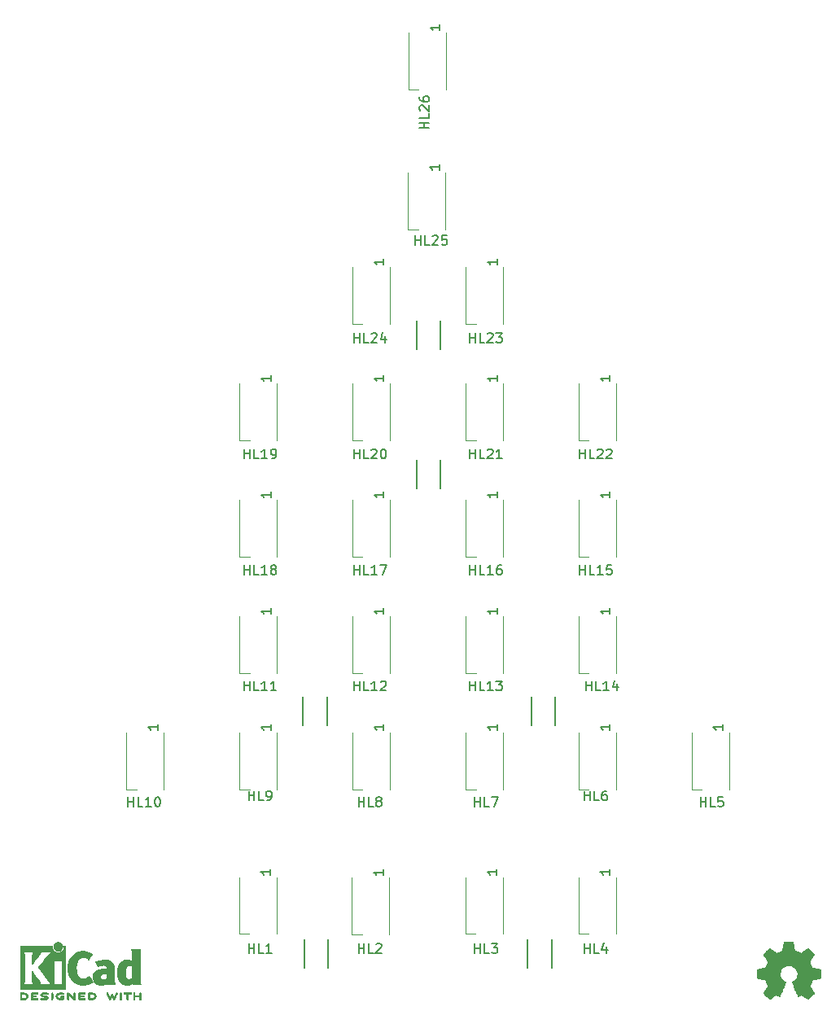
<source format=gbr>
G04 #@! TF.GenerationSoftware,KiCad,Pcbnew,(5.0.0)*
G04 #@! TF.CreationDate,2018-10-18T15:05:02+03:00*
G04 #@! TF.ProjectId,side2star,7369646532737461722E6B696361645F,rev?*
G04 #@! TF.SameCoordinates,Original*
G04 #@! TF.FileFunction,Legend,Top*
G04 #@! TF.FilePolarity,Positive*
%FSLAX46Y46*%
G04 Gerber Fmt 4.6, Leading zero omitted, Abs format (unit mm)*
G04 Created by KiCad (PCBNEW (5.0.0)) date 10/18/18 15:05:02*
%MOMM*%
%LPD*%
G01*
G04 APERTURE LIST*
%ADD10C,0.150000*%
%ADD11C,0.120000*%
%ADD12C,0.010000*%
%ADD13C,0.200000*%
G04 APERTURE END LIST*
D10*
G04 #@! TO.C,REF\002A\002A*
X141331000Y-62274000D02*
X141331000Y-65274000D01*
X138831000Y-65274000D02*
X138831000Y-62274000D01*
X138831000Y-79752000D02*
X138831000Y-76752000D01*
X141331000Y-76752000D02*
X141331000Y-79752000D01*
X150769000Y-104390000D02*
X150769000Y-101390000D01*
X153269000Y-101390000D02*
X153269000Y-104390000D01*
X129520000Y-101390000D02*
X129520000Y-104390000D01*
X127020000Y-104390000D02*
X127020000Y-101390000D01*
X127147000Y-129663000D02*
X127147000Y-126663000D01*
X129647000Y-126663000D02*
X129647000Y-129663000D01*
D11*
G04 #@! TO.C,HL5*
X167450000Y-111050000D02*
X168525000Y-111050000D01*
X167450000Y-105150000D02*
X167450000Y-111050000D01*
X171350000Y-105150000D02*
X171350000Y-111050000D01*
G04 #@! TO.C,HL6*
X159600000Y-105150000D02*
X159600000Y-111050000D01*
X155700000Y-105150000D02*
X155700000Y-111050000D01*
X155700000Y-111050000D02*
X156775000Y-111050000D01*
G04 #@! TO.C,HL7*
X143950000Y-111050000D02*
X145025000Y-111050000D01*
X143950000Y-105150000D02*
X143950000Y-111050000D01*
X147850000Y-105150000D02*
X147850000Y-111050000D01*
G04 #@! TO.C,HL8*
X136050000Y-105150000D02*
X136050000Y-111050000D01*
X132150000Y-105150000D02*
X132150000Y-111050000D01*
X132150000Y-111050000D02*
X133225000Y-111050000D01*
G04 #@! TO.C,HL9*
X120400000Y-111050000D02*
X121475000Y-111050000D01*
X120400000Y-105150000D02*
X120400000Y-111050000D01*
X124300000Y-105150000D02*
X124300000Y-111050000D01*
G04 #@! TO.C,HL10*
X108650000Y-111050000D02*
X109725000Y-111050000D01*
X108650000Y-105150000D02*
X108650000Y-111050000D01*
X112550000Y-105150000D02*
X112550000Y-111050000D01*
G04 #@! TO.C,HL11*
X124300000Y-93050000D02*
X124300000Y-98950000D01*
X120400000Y-93050000D02*
X120400000Y-98950000D01*
X120400000Y-98950000D02*
X121475000Y-98950000D01*
G04 #@! TO.C,HL12*
X132150000Y-98950000D02*
X133225000Y-98950000D01*
X132150000Y-93050000D02*
X132150000Y-98950000D01*
X136050000Y-93050000D02*
X136050000Y-98950000D01*
G04 #@! TO.C,HL13*
X147850000Y-93050000D02*
X147850000Y-98950000D01*
X143950000Y-93050000D02*
X143950000Y-98950000D01*
X143950000Y-98950000D02*
X145025000Y-98950000D01*
G04 #@! TO.C,HL14*
X155700000Y-98950000D02*
X156775000Y-98950000D01*
X155700000Y-93050000D02*
X155700000Y-98950000D01*
X159600000Y-93050000D02*
X159600000Y-98950000D01*
G04 #@! TO.C,HL15*
X159600000Y-80950000D02*
X159600000Y-86850000D01*
X155700000Y-80950000D02*
X155700000Y-86850000D01*
X155700000Y-86850000D02*
X156775000Y-86850000D01*
G04 #@! TO.C,HL16*
X143950000Y-86850000D02*
X145025000Y-86850000D01*
X143950000Y-80950000D02*
X143950000Y-86850000D01*
X147850000Y-80950000D02*
X147850000Y-86850000D01*
G04 #@! TO.C,HL17*
X136050000Y-80950000D02*
X136050000Y-86850000D01*
X132150000Y-80950000D02*
X132150000Y-86850000D01*
X132150000Y-86850000D02*
X133225000Y-86850000D01*
G04 #@! TO.C,HL18*
X120400000Y-86850000D02*
X121475000Y-86850000D01*
X120400000Y-80950000D02*
X120400000Y-86850000D01*
X124300000Y-80950000D02*
X124300000Y-86850000D01*
G04 #@! TO.C,HL19*
X124300000Y-68850000D02*
X124300000Y-74750000D01*
X120400000Y-68850000D02*
X120400000Y-74750000D01*
X120400000Y-74750000D02*
X121475000Y-74750000D01*
G04 #@! TO.C,HL20*
X132150000Y-74750000D02*
X133225000Y-74750000D01*
X132150000Y-68850000D02*
X132150000Y-74750000D01*
X136050000Y-68850000D02*
X136050000Y-74750000D01*
G04 #@! TO.C,HL21*
X147850000Y-68850000D02*
X147850000Y-74750000D01*
X143950000Y-68850000D02*
X143950000Y-74750000D01*
X143950000Y-74750000D02*
X145025000Y-74750000D01*
G04 #@! TO.C,HL22*
X155700000Y-74750000D02*
X156775000Y-74750000D01*
X155700000Y-68850000D02*
X155700000Y-74750000D01*
X159600000Y-68850000D02*
X159600000Y-74750000D01*
G04 #@! TO.C,HL23*
X147850000Y-56750000D02*
X147850000Y-62650000D01*
X143950000Y-56750000D02*
X143950000Y-62650000D01*
X143950000Y-62650000D02*
X145025000Y-62650000D01*
G04 #@! TO.C,HL24*
X132150000Y-62650000D02*
X133225000Y-62650000D01*
X132150000Y-56750000D02*
X132150000Y-62650000D01*
X136050000Y-56750000D02*
X136050000Y-62650000D01*
G04 #@! TO.C,HL1*
X120377790Y-126104985D02*
X121452790Y-126104985D01*
X120377790Y-120204985D02*
X120377790Y-126104985D01*
X124277790Y-120204985D02*
X124277790Y-126104985D01*
G04 #@! TO.C,HL2*
X135998500Y-120240000D02*
X135998500Y-126140000D01*
X132098500Y-120240000D02*
X132098500Y-126140000D01*
X132098500Y-126140000D02*
X133173500Y-126140000D01*
G04 #@! TO.C,HL3*
X143927790Y-126104985D02*
X145002790Y-126104985D01*
X143927790Y-120204985D02*
X143927790Y-126104985D01*
X147827790Y-120204985D02*
X147827790Y-126104985D01*
G04 #@! TO.C,HL4*
X159577790Y-120204985D02*
X159577790Y-126104985D01*
X155677790Y-120204985D02*
X155677790Y-126104985D01*
X155677790Y-126104985D02*
X156752790Y-126104985D01*
G04 #@! TO.C,HL25*
X137940500Y-52797500D02*
X139015500Y-52797500D01*
X137940500Y-46897500D02*
X137940500Y-52797500D01*
X141840500Y-46897500D02*
X141840500Y-52797500D01*
G04 #@! TO.C,HL26*
X138004000Y-38256000D02*
X139079000Y-38256000D01*
X138004000Y-32356000D02*
X138004000Y-38256000D01*
X141904000Y-32356000D02*
X141904000Y-38256000D01*
D10*
G04 #@! TO.C,REF\002A\002A*
X152888000Y-126663000D02*
X152888000Y-129663000D01*
X150388000Y-129663000D02*
X150388000Y-126663000D01*
D12*
G04 #@! TO.C,REF\002A\002A\002A*
G36*
X101612957Y-126947571D02*
X101709232Y-126971809D01*
X101795816Y-127014641D01*
X101870627Y-127074419D01*
X101931582Y-127149494D01*
X101976601Y-127238220D01*
X102002864Y-127334530D01*
X102008714Y-127431795D01*
X101993860Y-127525654D01*
X101960160Y-127613511D01*
X101909472Y-127692770D01*
X101843655Y-127760836D01*
X101764566Y-127815112D01*
X101674066Y-127853002D01*
X101622800Y-127865426D01*
X101578302Y-127872947D01*
X101544001Y-127875919D01*
X101511040Y-127874094D01*
X101470566Y-127867225D01*
X101437469Y-127860250D01*
X101344053Y-127828741D01*
X101260381Y-127777617D01*
X101188335Y-127708429D01*
X101129800Y-127622728D01*
X101115852Y-127595489D01*
X101099414Y-127559122D01*
X101089106Y-127528582D01*
X101083540Y-127496450D01*
X101081331Y-127455307D01*
X101081052Y-127409222D01*
X101085139Y-127324865D01*
X101098554Y-127255586D01*
X101123744Y-127194961D01*
X101163154Y-127136567D01*
X101201702Y-127092302D01*
X101273594Y-127026484D01*
X101348687Y-126981053D01*
X101431438Y-126953850D01*
X101509072Y-126943576D01*
X101612957Y-126947571D01*
X101612957Y-126947571D01*
G37*
X101612957Y-126947571D02*
X101709232Y-126971809D01*
X101795816Y-127014641D01*
X101870627Y-127074419D01*
X101931582Y-127149494D01*
X101976601Y-127238220D01*
X102002864Y-127334530D01*
X102008714Y-127431795D01*
X101993860Y-127525654D01*
X101960160Y-127613511D01*
X101909472Y-127692770D01*
X101843655Y-127760836D01*
X101764566Y-127815112D01*
X101674066Y-127853002D01*
X101622800Y-127865426D01*
X101578302Y-127872947D01*
X101544001Y-127875919D01*
X101511040Y-127874094D01*
X101470566Y-127867225D01*
X101437469Y-127860250D01*
X101344053Y-127828741D01*
X101260381Y-127777617D01*
X101188335Y-127708429D01*
X101129800Y-127622728D01*
X101115852Y-127595489D01*
X101099414Y-127559122D01*
X101089106Y-127528582D01*
X101083540Y-127496450D01*
X101081331Y-127455307D01*
X101081052Y-127409222D01*
X101085139Y-127324865D01*
X101098554Y-127255586D01*
X101123744Y-127194961D01*
X101163154Y-127136567D01*
X101201702Y-127092302D01*
X101273594Y-127026484D01*
X101348687Y-126981053D01*
X101431438Y-126953850D01*
X101509072Y-126943576D01*
X101612957Y-126947571D01*
G36*
X110072507Y-129393245D02*
X110072526Y-129627662D01*
X110072552Y-129840603D01*
X110072625Y-130033168D01*
X110072782Y-130206459D01*
X110073064Y-130361576D01*
X110073509Y-130499620D01*
X110074156Y-130621692D01*
X110075045Y-130728894D01*
X110076213Y-130822326D01*
X110077701Y-130903090D01*
X110079546Y-130972286D01*
X110081789Y-131031015D01*
X110084469Y-131080379D01*
X110087623Y-131121478D01*
X110091292Y-131155413D01*
X110095513Y-131183286D01*
X110100327Y-131206198D01*
X110105773Y-131225249D01*
X110111888Y-131241540D01*
X110118712Y-131256173D01*
X110126285Y-131270249D01*
X110134645Y-131284868D01*
X110139839Y-131293974D01*
X110174104Y-131354689D01*
X109315955Y-131354689D01*
X109315955Y-131258733D01*
X109315224Y-131215370D01*
X109313272Y-131182205D01*
X109310463Y-131164424D01*
X109309221Y-131162778D01*
X109297799Y-131169662D01*
X109275084Y-131187505D01*
X109252385Y-131206879D01*
X109197800Y-131247614D01*
X109128321Y-131288617D01*
X109051270Y-131326123D01*
X108973965Y-131356364D01*
X108943113Y-131366012D01*
X108874616Y-131380578D01*
X108791764Y-131390539D01*
X108702371Y-131395583D01*
X108614248Y-131395396D01*
X108535207Y-131389666D01*
X108497511Y-131383858D01*
X108359414Y-131345797D01*
X108232113Y-131288073D01*
X108116292Y-131211211D01*
X108012637Y-131115739D01*
X107921833Y-131002179D01*
X107855031Y-130891381D01*
X107800164Y-130774625D01*
X107758163Y-130655276D01*
X107728167Y-130529283D01*
X107709311Y-130392594D01*
X107700732Y-130241158D01*
X107700006Y-130163711D01*
X107702100Y-130106934D01*
X108531217Y-130106934D01*
X108531424Y-130200002D01*
X108534337Y-130287692D01*
X108540000Y-130364772D01*
X108548455Y-130426009D01*
X108551038Y-130438350D01*
X108582840Y-130545633D01*
X108624498Y-130632658D01*
X108676363Y-130699642D01*
X108738781Y-130746805D01*
X108812100Y-130774365D01*
X108896669Y-130782541D01*
X108992835Y-130771551D01*
X109056311Y-130755829D01*
X109105454Y-130737639D01*
X109159583Y-130711791D01*
X109200244Y-130688089D01*
X109270800Y-130641721D01*
X109270800Y-129491530D01*
X109203392Y-129447962D01*
X109124867Y-129407040D01*
X109040681Y-129380389D01*
X108955557Y-129368465D01*
X108874216Y-129371722D01*
X108801380Y-129390615D01*
X108769426Y-129406184D01*
X108711501Y-129449181D01*
X108662544Y-129505953D01*
X108621390Y-129578575D01*
X108586874Y-129669121D01*
X108557833Y-129779666D01*
X108556552Y-129785533D01*
X108546381Y-129847788D01*
X108538739Y-129925594D01*
X108533670Y-130013720D01*
X108531217Y-130106934D01*
X107702100Y-130106934D01*
X107707857Y-129950895D01*
X107729802Y-129755059D01*
X107765786Y-129576332D01*
X107815759Y-129414845D01*
X107879668Y-129270726D01*
X107957462Y-129144106D01*
X108049089Y-129035115D01*
X108154497Y-128943883D01*
X108199662Y-128912932D01*
X108300611Y-128856785D01*
X108403901Y-128817174D01*
X108513989Y-128793014D01*
X108635330Y-128783219D01*
X108727836Y-128784265D01*
X108857490Y-128795231D01*
X108970084Y-128817046D01*
X109068875Y-128850714D01*
X109157121Y-128897236D01*
X109205986Y-128931448D01*
X109235353Y-128953362D01*
X109257043Y-128968333D01*
X109265253Y-128972733D01*
X109266868Y-128961904D01*
X109268159Y-128931251D01*
X109269138Y-128883526D01*
X109269817Y-128821479D01*
X109270210Y-128747862D01*
X109270330Y-128665427D01*
X109270188Y-128576925D01*
X109269797Y-128485107D01*
X109269171Y-128392724D01*
X109268320Y-128302528D01*
X109267260Y-128217271D01*
X109266001Y-128139703D01*
X109264556Y-128072576D01*
X109262938Y-128018641D01*
X109261161Y-127980650D01*
X109260669Y-127973667D01*
X109253092Y-127903251D01*
X109241531Y-127848102D01*
X109223792Y-127800981D01*
X109197682Y-127754647D01*
X109191415Y-127745067D01*
X109166983Y-127708378D01*
X110072311Y-127708378D01*
X110072507Y-129393245D01*
X110072507Y-129393245D01*
G37*
X110072507Y-129393245D02*
X110072526Y-129627662D01*
X110072552Y-129840603D01*
X110072625Y-130033168D01*
X110072782Y-130206459D01*
X110073064Y-130361576D01*
X110073509Y-130499620D01*
X110074156Y-130621692D01*
X110075045Y-130728894D01*
X110076213Y-130822326D01*
X110077701Y-130903090D01*
X110079546Y-130972286D01*
X110081789Y-131031015D01*
X110084469Y-131080379D01*
X110087623Y-131121478D01*
X110091292Y-131155413D01*
X110095513Y-131183286D01*
X110100327Y-131206198D01*
X110105773Y-131225249D01*
X110111888Y-131241540D01*
X110118712Y-131256173D01*
X110126285Y-131270249D01*
X110134645Y-131284868D01*
X110139839Y-131293974D01*
X110174104Y-131354689D01*
X109315955Y-131354689D01*
X109315955Y-131258733D01*
X109315224Y-131215370D01*
X109313272Y-131182205D01*
X109310463Y-131164424D01*
X109309221Y-131162778D01*
X109297799Y-131169662D01*
X109275084Y-131187505D01*
X109252385Y-131206879D01*
X109197800Y-131247614D01*
X109128321Y-131288617D01*
X109051270Y-131326123D01*
X108973965Y-131356364D01*
X108943113Y-131366012D01*
X108874616Y-131380578D01*
X108791764Y-131390539D01*
X108702371Y-131395583D01*
X108614248Y-131395396D01*
X108535207Y-131389666D01*
X108497511Y-131383858D01*
X108359414Y-131345797D01*
X108232113Y-131288073D01*
X108116292Y-131211211D01*
X108012637Y-131115739D01*
X107921833Y-131002179D01*
X107855031Y-130891381D01*
X107800164Y-130774625D01*
X107758163Y-130655276D01*
X107728167Y-130529283D01*
X107709311Y-130392594D01*
X107700732Y-130241158D01*
X107700006Y-130163711D01*
X107702100Y-130106934D01*
X108531217Y-130106934D01*
X108531424Y-130200002D01*
X108534337Y-130287692D01*
X108540000Y-130364772D01*
X108548455Y-130426009D01*
X108551038Y-130438350D01*
X108582840Y-130545633D01*
X108624498Y-130632658D01*
X108676363Y-130699642D01*
X108738781Y-130746805D01*
X108812100Y-130774365D01*
X108896669Y-130782541D01*
X108992835Y-130771551D01*
X109056311Y-130755829D01*
X109105454Y-130737639D01*
X109159583Y-130711791D01*
X109200244Y-130688089D01*
X109270800Y-130641721D01*
X109270800Y-129491530D01*
X109203392Y-129447962D01*
X109124867Y-129407040D01*
X109040681Y-129380389D01*
X108955557Y-129368465D01*
X108874216Y-129371722D01*
X108801380Y-129390615D01*
X108769426Y-129406184D01*
X108711501Y-129449181D01*
X108662544Y-129505953D01*
X108621390Y-129578575D01*
X108586874Y-129669121D01*
X108557833Y-129779666D01*
X108556552Y-129785533D01*
X108546381Y-129847788D01*
X108538739Y-129925594D01*
X108533670Y-130013720D01*
X108531217Y-130106934D01*
X107702100Y-130106934D01*
X107707857Y-129950895D01*
X107729802Y-129755059D01*
X107765786Y-129576332D01*
X107815759Y-129414845D01*
X107879668Y-129270726D01*
X107957462Y-129144106D01*
X108049089Y-129035115D01*
X108154497Y-128943883D01*
X108199662Y-128912932D01*
X108300611Y-128856785D01*
X108403901Y-128817174D01*
X108513989Y-128793014D01*
X108635330Y-128783219D01*
X108727836Y-128784265D01*
X108857490Y-128795231D01*
X108970084Y-128817046D01*
X109068875Y-128850714D01*
X109157121Y-128897236D01*
X109205986Y-128931448D01*
X109235353Y-128953362D01*
X109257043Y-128968333D01*
X109265253Y-128972733D01*
X109266868Y-128961904D01*
X109268159Y-128931251D01*
X109269138Y-128883526D01*
X109269817Y-128821479D01*
X109270210Y-128747862D01*
X109270330Y-128665427D01*
X109270188Y-128576925D01*
X109269797Y-128485107D01*
X109269171Y-128392724D01*
X109268320Y-128302528D01*
X109267260Y-128217271D01*
X109266001Y-128139703D01*
X109264556Y-128072576D01*
X109262938Y-128018641D01*
X109261161Y-127980650D01*
X109260669Y-127973667D01*
X109253092Y-127903251D01*
X109241531Y-127848102D01*
X109223792Y-127800981D01*
X109197682Y-127754647D01*
X109191415Y-127745067D01*
X109166983Y-127708378D01*
X110072311Y-127708378D01*
X110072507Y-129393245D01*
G36*
X106559574Y-128787552D02*
X106711492Y-128807567D01*
X106846756Y-128841202D01*
X106966239Y-128888725D01*
X107070815Y-128950405D01*
X107148424Y-129013965D01*
X107217265Y-129088099D01*
X107271006Y-129167871D01*
X107313910Y-129260091D01*
X107329384Y-129303161D01*
X107342244Y-129342142D01*
X107353446Y-129378289D01*
X107363120Y-129413434D01*
X107371396Y-129449410D01*
X107378403Y-129488050D01*
X107384272Y-129531185D01*
X107389131Y-129580649D01*
X107393110Y-129638273D01*
X107396340Y-129705891D01*
X107398949Y-129785334D01*
X107401067Y-129878436D01*
X107402824Y-129987027D01*
X107404349Y-130112942D01*
X107405772Y-130258012D01*
X107407025Y-130400778D01*
X107408351Y-130556968D01*
X107409556Y-130692239D01*
X107410766Y-130808246D01*
X107412106Y-130906645D01*
X107413700Y-130989093D01*
X107415675Y-131057246D01*
X107418156Y-131112760D01*
X107421269Y-131157292D01*
X107425138Y-131192498D01*
X107429889Y-131220034D01*
X107435648Y-131241556D01*
X107442539Y-131258722D01*
X107450689Y-131273186D01*
X107460223Y-131286606D01*
X107471266Y-131300638D01*
X107475566Y-131306071D01*
X107491386Y-131328910D01*
X107498422Y-131344463D01*
X107498444Y-131344922D01*
X107487567Y-131347121D01*
X107456582Y-131349147D01*
X107407957Y-131350942D01*
X107344163Y-131352451D01*
X107267669Y-131353616D01*
X107180944Y-131354380D01*
X107086457Y-131354686D01*
X107075550Y-131354689D01*
X106652657Y-131354689D01*
X106649395Y-131258622D01*
X106646133Y-131162556D01*
X106584044Y-131213543D01*
X106486714Y-131281057D01*
X106376813Y-131335749D01*
X106290349Y-131365978D01*
X106221278Y-131380666D01*
X106137925Y-131390659D01*
X106048159Y-131395646D01*
X105959845Y-131395313D01*
X105880851Y-131389351D01*
X105844622Y-131383638D01*
X105704603Y-131345776D01*
X105578178Y-131290932D01*
X105466260Y-131219924D01*
X105369762Y-131133568D01*
X105289600Y-131032679D01*
X105226687Y-130918076D01*
X105182312Y-130791984D01*
X105169978Y-130735401D01*
X105162368Y-130673202D01*
X105158739Y-130598363D01*
X105158245Y-130564467D01*
X105158310Y-130561282D01*
X105918248Y-130561282D01*
X105927541Y-130636333D01*
X105955728Y-130700160D01*
X106004197Y-130755798D01*
X106009254Y-130760211D01*
X106057548Y-130795037D01*
X106109257Y-130817620D01*
X106169989Y-130829540D01*
X106245352Y-130832383D01*
X106263459Y-130831978D01*
X106317278Y-130829325D01*
X106357308Y-130823909D01*
X106392324Y-130813745D01*
X106431103Y-130796850D01*
X106441745Y-130791672D01*
X106502396Y-130755844D01*
X106549215Y-130713212D01*
X106561952Y-130697973D01*
X106606622Y-130641462D01*
X106606622Y-130445586D01*
X106606086Y-130366939D01*
X106604396Y-130308988D01*
X106601428Y-130269875D01*
X106597057Y-130247741D01*
X106592972Y-130241274D01*
X106577047Y-130238111D01*
X106543264Y-130235488D01*
X106496340Y-130233655D01*
X106440993Y-130232857D01*
X106432106Y-130232842D01*
X106311330Y-130238096D01*
X106208660Y-130254263D01*
X106122106Y-130281961D01*
X106049681Y-130321808D01*
X105994751Y-130368758D01*
X105950204Y-130426645D01*
X105925480Y-130489693D01*
X105918248Y-130561282D01*
X105158310Y-130561282D01*
X105160178Y-130470712D01*
X105168522Y-130391812D01*
X105184768Y-130320590D01*
X105210405Y-130249864D01*
X105234401Y-130197493D01*
X105293020Y-130102196D01*
X105371117Y-130014170D01*
X105466315Y-129935017D01*
X105576238Y-129866340D01*
X105698510Y-129809741D01*
X105830755Y-129766821D01*
X105895422Y-129751882D01*
X106031604Y-129729777D01*
X106180049Y-129715194D01*
X106331505Y-129708813D01*
X106458064Y-129710445D01*
X106619950Y-129717224D01*
X106612530Y-129658245D01*
X106593238Y-129559092D01*
X106562104Y-129478372D01*
X106518269Y-129415466D01*
X106460871Y-129369756D01*
X106389048Y-129340622D01*
X106301941Y-129327447D01*
X106198686Y-129329611D01*
X106160711Y-129333612D01*
X106019520Y-129358780D01*
X105882707Y-129399814D01*
X105788178Y-129437815D01*
X105743018Y-129457190D01*
X105704585Y-129472760D01*
X105678234Y-129482405D01*
X105670546Y-129484452D01*
X105660802Y-129475374D01*
X105644083Y-129446405D01*
X105620232Y-129397217D01*
X105589093Y-129327484D01*
X105550507Y-129236879D01*
X105543910Y-129221089D01*
X105513853Y-129148772D01*
X105486874Y-129083425D01*
X105464136Y-129027906D01*
X105446806Y-128985072D01*
X105436048Y-128957781D01*
X105432941Y-128948942D01*
X105442940Y-128944187D01*
X105469217Y-128938910D01*
X105497489Y-128935231D01*
X105527646Y-128930474D01*
X105575433Y-128921028D01*
X105636612Y-128907820D01*
X105706946Y-128891776D01*
X105782194Y-128873820D01*
X105810755Y-128866797D01*
X105915816Y-128841209D01*
X106003480Y-128821147D01*
X106078068Y-128805969D01*
X106143903Y-128795035D01*
X106205307Y-128787704D01*
X106266602Y-128783335D01*
X106332110Y-128781287D01*
X106390128Y-128780889D01*
X106559574Y-128787552D01*
X106559574Y-128787552D01*
G37*
X106559574Y-128787552D02*
X106711492Y-128807567D01*
X106846756Y-128841202D01*
X106966239Y-128888725D01*
X107070815Y-128950405D01*
X107148424Y-129013965D01*
X107217265Y-129088099D01*
X107271006Y-129167871D01*
X107313910Y-129260091D01*
X107329384Y-129303161D01*
X107342244Y-129342142D01*
X107353446Y-129378289D01*
X107363120Y-129413434D01*
X107371396Y-129449410D01*
X107378403Y-129488050D01*
X107384272Y-129531185D01*
X107389131Y-129580649D01*
X107393110Y-129638273D01*
X107396340Y-129705891D01*
X107398949Y-129785334D01*
X107401067Y-129878436D01*
X107402824Y-129987027D01*
X107404349Y-130112942D01*
X107405772Y-130258012D01*
X107407025Y-130400778D01*
X107408351Y-130556968D01*
X107409556Y-130692239D01*
X107410766Y-130808246D01*
X107412106Y-130906645D01*
X107413700Y-130989093D01*
X107415675Y-131057246D01*
X107418156Y-131112760D01*
X107421269Y-131157292D01*
X107425138Y-131192498D01*
X107429889Y-131220034D01*
X107435648Y-131241556D01*
X107442539Y-131258722D01*
X107450689Y-131273186D01*
X107460223Y-131286606D01*
X107471266Y-131300638D01*
X107475566Y-131306071D01*
X107491386Y-131328910D01*
X107498422Y-131344463D01*
X107498444Y-131344922D01*
X107487567Y-131347121D01*
X107456582Y-131349147D01*
X107407957Y-131350942D01*
X107344163Y-131352451D01*
X107267669Y-131353616D01*
X107180944Y-131354380D01*
X107086457Y-131354686D01*
X107075550Y-131354689D01*
X106652657Y-131354689D01*
X106649395Y-131258622D01*
X106646133Y-131162556D01*
X106584044Y-131213543D01*
X106486714Y-131281057D01*
X106376813Y-131335749D01*
X106290349Y-131365978D01*
X106221278Y-131380666D01*
X106137925Y-131390659D01*
X106048159Y-131395646D01*
X105959845Y-131395313D01*
X105880851Y-131389351D01*
X105844622Y-131383638D01*
X105704603Y-131345776D01*
X105578178Y-131290932D01*
X105466260Y-131219924D01*
X105369762Y-131133568D01*
X105289600Y-131032679D01*
X105226687Y-130918076D01*
X105182312Y-130791984D01*
X105169978Y-130735401D01*
X105162368Y-130673202D01*
X105158739Y-130598363D01*
X105158245Y-130564467D01*
X105158310Y-130561282D01*
X105918248Y-130561282D01*
X105927541Y-130636333D01*
X105955728Y-130700160D01*
X106004197Y-130755798D01*
X106009254Y-130760211D01*
X106057548Y-130795037D01*
X106109257Y-130817620D01*
X106169989Y-130829540D01*
X106245352Y-130832383D01*
X106263459Y-130831978D01*
X106317278Y-130829325D01*
X106357308Y-130823909D01*
X106392324Y-130813745D01*
X106431103Y-130796850D01*
X106441745Y-130791672D01*
X106502396Y-130755844D01*
X106549215Y-130713212D01*
X106561952Y-130697973D01*
X106606622Y-130641462D01*
X106606622Y-130445586D01*
X106606086Y-130366939D01*
X106604396Y-130308988D01*
X106601428Y-130269875D01*
X106597057Y-130247741D01*
X106592972Y-130241274D01*
X106577047Y-130238111D01*
X106543264Y-130235488D01*
X106496340Y-130233655D01*
X106440993Y-130232857D01*
X106432106Y-130232842D01*
X106311330Y-130238096D01*
X106208660Y-130254263D01*
X106122106Y-130281961D01*
X106049681Y-130321808D01*
X105994751Y-130368758D01*
X105950204Y-130426645D01*
X105925480Y-130489693D01*
X105918248Y-130561282D01*
X105158310Y-130561282D01*
X105160178Y-130470712D01*
X105168522Y-130391812D01*
X105184768Y-130320590D01*
X105210405Y-130249864D01*
X105234401Y-130197493D01*
X105293020Y-130102196D01*
X105371117Y-130014170D01*
X105466315Y-129935017D01*
X105576238Y-129866340D01*
X105698510Y-129809741D01*
X105830755Y-129766821D01*
X105895422Y-129751882D01*
X106031604Y-129729777D01*
X106180049Y-129715194D01*
X106331505Y-129708813D01*
X106458064Y-129710445D01*
X106619950Y-129717224D01*
X106612530Y-129658245D01*
X106593238Y-129559092D01*
X106562104Y-129478372D01*
X106518269Y-129415466D01*
X106460871Y-129369756D01*
X106389048Y-129340622D01*
X106301941Y-129327447D01*
X106198686Y-129329611D01*
X106160711Y-129333612D01*
X106019520Y-129358780D01*
X105882707Y-129399814D01*
X105788178Y-129437815D01*
X105743018Y-129457190D01*
X105704585Y-129472760D01*
X105678234Y-129482405D01*
X105670546Y-129484452D01*
X105660802Y-129475374D01*
X105644083Y-129446405D01*
X105620232Y-129397217D01*
X105589093Y-129327484D01*
X105550507Y-129236879D01*
X105543910Y-129221089D01*
X105513853Y-129148772D01*
X105486874Y-129083425D01*
X105464136Y-129027906D01*
X105446806Y-128985072D01*
X105436048Y-128957781D01*
X105432941Y-128948942D01*
X105442940Y-128944187D01*
X105469217Y-128938910D01*
X105497489Y-128935231D01*
X105527646Y-128930474D01*
X105575433Y-128921028D01*
X105636612Y-128907820D01*
X105706946Y-128891776D01*
X105782194Y-128873820D01*
X105810755Y-128866797D01*
X105915816Y-128841209D01*
X106003480Y-128821147D01*
X106078068Y-128805969D01*
X106143903Y-128795035D01*
X106205307Y-128787704D01*
X106266602Y-128783335D01*
X106332110Y-128781287D01*
X106390128Y-128780889D01*
X106559574Y-128787552D01*
G36*
X104214429Y-127870071D02*
X104374570Y-127891245D01*
X104538510Y-127931385D01*
X104708313Y-127990889D01*
X104886043Y-128070154D01*
X104897310Y-128075699D01*
X104955005Y-128103725D01*
X105006552Y-128127802D01*
X105048191Y-128146249D01*
X105076162Y-128157386D01*
X105085733Y-128159933D01*
X105104950Y-128164941D01*
X105109561Y-128169147D01*
X105104458Y-128179580D01*
X105088418Y-128205868D01*
X105063288Y-128245257D01*
X105030914Y-128294991D01*
X104993143Y-128352315D01*
X104951822Y-128414476D01*
X104908798Y-128478718D01*
X104865917Y-128542285D01*
X104825026Y-128602425D01*
X104787971Y-128656380D01*
X104756600Y-128701397D01*
X104732759Y-128734721D01*
X104718294Y-128753597D01*
X104716309Y-128755787D01*
X104706191Y-128751138D01*
X104683850Y-128733962D01*
X104653280Y-128707440D01*
X104637536Y-128692964D01*
X104541047Y-128617682D01*
X104434336Y-128562241D01*
X104318832Y-128527141D01*
X104195962Y-128512880D01*
X104126561Y-128514051D01*
X104005423Y-128531212D01*
X103896205Y-128567094D01*
X103798582Y-128621959D01*
X103712228Y-128696070D01*
X103636815Y-128789688D01*
X103572018Y-128903076D01*
X103534601Y-128989667D01*
X103490748Y-129125366D01*
X103458428Y-129272850D01*
X103437557Y-129428314D01*
X103428051Y-129587956D01*
X103429827Y-129747973D01*
X103442803Y-129904561D01*
X103466894Y-130053918D01*
X103502018Y-130192240D01*
X103548092Y-130315724D01*
X103564373Y-130349978D01*
X103632620Y-130464064D01*
X103713079Y-130560557D01*
X103804570Y-130638670D01*
X103905911Y-130697617D01*
X104015920Y-130736612D01*
X104133415Y-130754868D01*
X104174883Y-130756211D01*
X104296441Y-130745290D01*
X104416878Y-130712474D01*
X104534666Y-130658439D01*
X104648277Y-130583865D01*
X104739685Y-130505539D01*
X104786215Y-130461008D01*
X104967483Y-130758271D01*
X105012580Y-130832433D01*
X105053819Y-130900646D01*
X105089735Y-130960459D01*
X105118866Y-131009420D01*
X105139750Y-131045079D01*
X105150924Y-131064984D01*
X105152375Y-131068079D01*
X105144146Y-131077718D01*
X105118567Y-131094999D01*
X105078873Y-131118283D01*
X105028297Y-131145934D01*
X104970074Y-131176315D01*
X104907437Y-131207790D01*
X104843621Y-131238722D01*
X104781860Y-131267473D01*
X104725388Y-131292408D01*
X104677438Y-131311889D01*
X104653986Y-131320318D01*
X104520221Y-131358133D01*
X104382327Y-131383136D01*
X104234622Y-131396140D01*
X104107833Y-131398468D01*
X104039878Y-131397373D01*
X103974277Y-131395275D01*
X103916847Y-131392434D01*
X103873403Y-131389106D01*
X103859298Y-131387422D01*
X103720284Y-131358587D01*
X103578757Y-131313468D01*
X103441275Y-131254750D01*
X103314394Y-131185120D01*
X103236889Y-131132441D01*
X103109481Y-131024239D01*
X102991178Y-130897671D01*
X102884172Y-130755866D01*
X102790652Y-130601951D01*
X102712810Y-130439053D01*
X102668956Y-130321756D01*
X102618708Y-130138128D01*
X102585209Y-129943581D01*
X102568449Y-129742325D01*
X102568416Y-129538568D01*
X102585101Y-129336521D01*
X102618493Y-129140392D01*
X102668580Y-128954391D01*
X102672397Y-128942803D01*
X102735281Y-128780750D01*
X102812028Y-128632832D01*
X102905242Y-128494865D01*
X103017527Y-128362661D01*
X103061392Y-128317399D01*
X103197534Y-128193457D01*
X103337491Y-128090915D01*
X103483411Y-128008656D01*
X103637442Y-127945564D01*
X103801732Y-127900523D01*
X103897289Y-127883033D01*
X104056023Y-127867466D01*
X104214429Y-127870071D01*
X104214429Y-127870071D01*
G37*
X104214429Y-127870071D02*
X104374570Y-127891245D01*
X104538510Y-127931385D01*
X104708313Y-127990889D01*
X104886043Y-128070154D01*
X104897310Y-128075699D01*
X104955005Y-128103725D01*
X105006552Y-128127802D01*
X105048191Y-128146249D01*
X105076162Y-128157386D01*
X105085733Y-128159933D01*
X105104950Y-128164941D01*
X105109561Y-128169147D01*
X105104458Y-128179580D01*
X105088418Y-128205868D01*
X105063288Y-128245257D01*
X105030914Y-128294991D01*
X104993143Y-128352315D01*
X104951822Y-128414476D01*
X104908798Y-128478718D01*
X104865917Y-128542285D01*
X104825026Y-128602425D01*
X104787971Y-128656380D01*
X104756600Y-128701397D01*
X104732759Y-128734721D01*
X104718294Y-128753597D01*
X104716309Y-128755787D01*
X104706191Y-128751138D01*
X104683850Y-128733962D01*
X104653280Y-128707440D01*
X104637536Y-128692964D01*
X104541047Y-128617682D01*
X104434336Y-128562241D01*
X104318832Y-128527141D01*
X104195962Y-128512880D01*
X104126561Y-128514051D01*
X104005423Y-128531212D01*
X103896205Y-128567094D01*
X103798582Y-128621959D01*
X103712228Y-128696070D01*
X103636815Y-128789688D01*
X103572018Y-128903076D01*
X103534601Y-128989667D01*
X103490748Y-129125366D01*
X103458428Y-129272850D01*
X103437557Y-129428314D01*
X103428051Y-129587956D01*
X103429827Y-129747973D01*
X103442803Y-129904561D01*
X103466894Y-130053918D01*
X103502018Y-130192240D01*
X103548092Y-130315724D01*
X103564373Y-130349978D01*
X103632620Y-130464064D01*
X103713079Y-130560557D01*
X103804570Y-130638670D01*
X103905911Y-130697617D01*
X104015920Y-130736612D01*
X104133415Y-130754868D01*
X104174883Y-130756211D01*
X104296441Y-130745290D01*
X104416878Y-130712474D01*
X104534666Y-130658439D01*
X104648277Y-130583865D01*
X104739685Y-130505539D01*
X104786215Y-130461008D01*
X104967483Y-130758271D01*
X105012580Y-130832433D01*
X105053819Y-130900646D01*
X105089735Y-130960459D01*
X105118866Y-131009420D01*
X105139750Y-131045079D01*
X105150924Y-131064984D01*
X105152375Y-131068079D01*
X105144146Y-131077718D01*
X105118567Y-131094999D01*
X105078873Y-131118283D01*
X105028297Y-131145934D01*
X104970074Y-131176315D01*
X104907437Y-131207790D01*
X104843621Y-131238722D01*
X104781860Y-131267473D01*
X104725388Y-131292408D01*
X104677438Y-131311889D01*
X104653986Y-131320318D01*
X104520221Y-131358133D01*
X104382327Y-131383136D01*
X104234622Y-131396140D01*
X104107833Y-131398468D01*
X104039878Y-131397373D01*
X103974277Y-131395275D01*
X103916847Y-131392434D01*
X103873403Y-131389106D01*
X103859298Y-131387422D01*
X103720284Y-131358587D01*
X103578757Y-131313468D01*
X103441275Y-131254750D01*
X103314394Y-131185120D01*
X103236889Y-131132441D01*
X103109481Y-131024239D01*
X102991178Y-130897671D01*
X102884172Y-130755866D01*
X102790652Y-130601951D01*
X102712810Y-130439053D01*
X102668956Y-130321756D01*
X102618708Y-130138128D01*
X102585209Y-129943581D01*
X102568449Y-129742325D01*
X102568416Y-129538568D01*
X102585101Y-129336521D01*
X102618493Y-129140392D01*
X102668580Y-128954391D01*
X102672397Y-128942803D01*
X102735281Y-128780750D01*
X102812028Y-128632832D01*
X102905242Y-128494865D01*
X103017527Y-128362661D01*
X103061392Y-128317399D01*
X103197534Y-128193457D01*
X103337491Y-128090915D01*
X103483411Y-128008656D01*
X103637442Y-127945564D01*
X103801732Y-127900523D01*
X103897289Y-127883033D01*
X104056023Y-127867466D01*
X104214429Y-127870071D01*
G36*
X100939600Y-127410054D02*
X100950465Y-127523993D01*
X100982082Y-127631616D01*
X101032985Y-127730615D01*
X101101707Y-127818684D01*
X101186781Y-127893516D01*
X101283768Y-127951384D01*
X101390036Y-127991005D01*
X101497050Y-128009573D01*
X101602700Y-128008434D01*
X101704875Y-127988930D01*
X101801466Y-127952406D01*
X101890362Y-127900205D01*
X101969454Y-127833673D01*
X102036631Y-127754152D01*
X102089783Y-127662987D01*
X102126801Y-127561523D01*
X102145573Y-127451102D01*
X102147511Y-127401206D01*
X102147511Y-127313267D01*
X102199440Y-127313267D01*
X102235747Y-127316111D01*
X102262645Y-127327911D01*
X102289751Y-127351649D01*
X102328133Y-127390031D01*
X102328133Y-129581602D01*
X102328124Y-129843739D01*
X102328092Y-130084241D01*
X102328028Y-130304048D01*
X102327924Y-130504101D01*
X102327773Y-130685344D01*
X102327566Y-130848716D01*
X102327294Y-130995160D01*
X102326950Y-131125617D01*
X102326526Y-131241029D01*
X102326013Y-131342338D01*
X102325403Y-131430484D01*
X102324688Y-131506410D01*
X102323860Y-131571057D01*
X102322911Y-131625367D01*
X102321833Y-131670280D01*
X102320617Y-131706740D01*
X102319255Y-131735687D01*
X102317739Y-131758063D01*
X102316062Y-131774809D01*
X102314214Y-131786868D01*
X102312187Y-131795180D01*
X102309975Y-131800687D01*
X102308892Y-131802537D01*
X102304729Y-131809549D01*
X102301195Y-131815996D01*
X102297365Y-131821900D01*
X102292318Y-131827286D01*
X102285129Y-131832178D01*
X102274877Y-131836598D01*
X102260636Y-131840572D01*
X102241486Y-131844121D01*
X102216501Y-131847270D01*
X102184760Y-131850042D01*
X102145338Y-131852461D01*
X102097314Y-131854551D01*
X102039763Y-131856335D01*
X101971763Y-131857837D01*
X101892390Y-131859080D01*
X101800721Y-131860089D01*
X101695834Y-131860885D01*
X101576804Y-131861494D01*
X101442710Y-131861939D01*
X101292627Y-131862243D01*
X101125633Y-131862430D01*
X100940804Y-131862524D01*
X100737217Y-131862548D01*
X100513950Y-131862525D01*
X100270078Y-131862480D01*
X100004679Y-131862437D01*
X99966296Y-131862432D01*
X99699318Y-131862389D01*
X99453998Y-131862318D01*
X99229417Y-131862213D01*
X99024655Y-131862066D01*
X98838794Y-131861869D01*
X98670912Y-131861616D01*
X98520092Y-131861300D01*
X98385413Y-131860913D01*
X98265956Y-131860447D01*
X98160801Y-131859897D01*
X98069029Y-131859253D01*
X97989721Y-131858511D01*
X97921957Y-131857661D01*
X97864818Y-131856697D01*
X97817383Y-131855611D01*
X97778734Y-131854397D01*
X97747951Y-131853047D01*
X97724115Y-131851555D01*
X97706306Y-131849911D01*
X97693605Y-131848111D01*
X97685092Y-131846145D01*
X97680734Y-131844477D01*
X97672272Y-131840906D01*
X97664503Y-131838270D01*
X97657398Y-131835634D01*
X97650927Y-131832062D01*
X97645061Y-131826621D01*
X97639771Y-131818375D01*
X97635026Y-131806390D01*
X97630798Y-131789731D01*
X97627057Y-131767463D01*
X97623773Y-131738652D01*
X97620917Y-131702363D01*
X97618460Y-131657661D01*
X97616371Y-131603611D01*
X97614622Y-131539279D01*
X97613183Y-131463730D01*
X97612024Y-131376030D01*
X97611117Y-131275243D01*
X97610431Y-131160434D01*
X97609937Y-131030670D01*
X97609605Y-130885015D01*
X97609407Y-130722535D01*
X97609313Y-130542295D01*
X97609292Y-130343360D01*
X97609315Y-130124796D01*
X97609354Y-129885668D01*
X97609378Y-129625040D01*
X97609378Y-129582889D01*
X97609364Y-129319992D01*
X97609339Y-129078732D01*
X97609329Y-128858165D01*
X97609358Y-128657352D01*
X97609452Y-128475349D01*
X97609638Y-128311216D01*
X97609941Y-128164011D01*
X97610386Y-128032792D01*
X97610966Y-127922867D01*
X97913803Y-127922867D01*
X97953593Y-127980711D01*
X97964764Y-127996479D01*
X97974834Y-128010441D01*
X97983862Y-128023784D01*
X97991903Y-128037693D01*
X97999014Y-128053356D01*
X98005253Y-128071958D01*
X98010675Y-128094686D01*
X98015338Y-128122727D01*
X98019299Y-128157267D01*
X98022615Y-128199492D01*
X98025341Y-128250589D01*
X98027536Y-128311744D01*
X98029255Y-128384144D01*
X98030556Y-128468975D01*
X98031495Y-128567422D01*
X98032130Y-128680674D01*
X98032516Y-128809916D01*
X98032712Y-128956334D01*
X98032773Y-129121116D01*
X98032757Y-129305447D01*
X98032720Y-129510513D01*
X98032711Y-129633133D01*
X98032735Y-129850082D01*
X98032769Y-130045642D01*
X98032757Y-130220999D01*
X98032642Y-130377341D01*
X98032370Y-130515857D01*
X98031882Y-130637734D01*
X98031124Y-130744160D01*
X98030038Y-130836322D01*
X98028569Y-130915409D01*
X98026660Y-130982608D01*
X98024256Y-131039107D01*
X98021299Y-131086093D01*
X98017734Y-131124755D01*
X98013505Y-131156280D01*
X98008554Y-131181855D01*
X98002827Y-131202670D01*
X97996267Y-131219911D01*
X97988817Y-131234765D01*
X97980421Y-131248422D01*
X97971024Y-131262069D01*
X97960568Y-131276893D01*
X97954477Y-131285783D01*
X97915704Y-131343400D01*
X98447268Y-131343400D01*
X98570517Y-131343365D01*
X98673013Y-131343215D01*
X98756580Y-131342878D01*
X98823044Y-131342286D01*
X98874229Y-131341367D01*
X98911959Y-131340051D01*
X98938060Y-131338269D01*
X98954356Y-131335951D01*
X98962672Y-131333026D01*
X98964832Y-131329424D01*
X98962661Y-131325075D01*
X98961465Y-131323645D01*
X98936315Y-131286573D01*
X98910417Y-131233772D01*
X98886808Y-131171770D01*
X98878539Y-131145357D01*
X98873922Y-131127416D01*
X98870021Y-131106355D01*
X98866752Y-131080089D01*
X98864034Y-131046532D01*
X98861785Y-131003599D01*
X98859923Y-130949204D01*
X98858364Y-130881262D01*
X98857028Y-130797688D01*
X98855831Y-130696395D01*
X98854692Y-130575300D01*
X98854315Y-130530600D01*
X98853298Y-130405449D01*
X98852540Y-130301082D01*
X98852097Y-130215707D01*
X98852030Y-130147533D01*
X98852395Y-130094765D01*
X98853252Y-130055614D01*
X98854659Y-130028285D01*
X98856675Y-130010986D01*
X98859357Y-130001926D01*
X98862764Y-129999312D01*
X98866956Y-130001351D01*
X98871429Y-130005667D01*
X98881784Y-130018602D01*
X98903842Y-130047676D01*
X98936043Y-130090759D01*
X98976826Y-130145718D01*
X99024630Y-130210423D01*
X99077895Y-130282742D01*
X99135060Y-130360544D01*
X99194563Y-130441698D01*
X99254845Y-130524072D01*
X99314345Y-130605536D01*
X99371502Y-130683957D01*
X99424755Y-130757204D01*
X99472543Y-130823147D01*
X99513307Y-130879654D01*
X99545484Y-130924593D01*
X99567515Y-130955834D01*
X99572083Y-130962466D01*
X99595004Y-130999369D01*
X99621812Y-131047359D01*
X99647211Y-131096897D01*
X99650432Y-131103577D01*
X99672110Y-131151772D01*
X99684696Y-131189334D01*
X99690426Y-131225160D01*
X99691544Y-131267200D01*
X99690910Y-131343400D01*
X100845349Y-131343400D01*
X100754185Y-131249669D01*
X100707388Y-131199775D01*
X100657101Y-131143295D01*
X100611056Y-131089026D01*
X100590631Y-131063673D01*
X100560193Y-131024128D01*
X100520138Y-130970916D01*
X100471639Y-130905667D01*
X100415865Y-130830011D01*
X100353989Y-130745577D01*
X100287181Y-130653994D01*
X100216613Y-130556892D01*
X100143455Y-130455901D01*
X100068879Y-130352650D01*
X99994056Y-130248768D01*
X99920157Y-130145885D01*
X99848354Y-130045631D01*
X99779816Y-129949636D01*
X99715716Y-129859527D01*
X99657225Y-129776936D01*
X99605514Y-129703492D01*
X99561753Y-129640824D01*
X99527115Y-129590561D01*
X99502770Y-129554334D01*
X99489889Y-129533771D01*
X99488131Y-129529668D01*
X99496090Y-129518342D01*
X99516885Y-129491162D01*
X99549153Y-129449829D01*
X99591530Y-129396044D01*
X99642653Y-129331506D01*
X99701159Y-129257918D01*
X99765686Y-129176978D01*
X99834869Y-129090388D01*
X99907347Y-128999848D01*
X99981754Y-128907060D01*
X100041483Y-128832702D01*
X101052489Y-128832702D01*
X101058398Y-128845659D01*
X101072728Y-128867908D01*
X101073775Y-128869391D01*
X101092562Y-128899544D01*
X101112209Y-128936375D01*
X101116108Y-128944511D01*
X101119644Y-128952940D01*
X101122770Y-128963059D01*
X101125514Y-128976260D01*
X101127908Y-128993938D01*
X101129981Y-129017484D01*
X101131765Y-129048293D01*
X101133288Y-129087757D01*
X101134581Y-129137269D01*
X101135674Y-129198223D01*
X101136597Y-129272011D01*
X101137381Y-129360028D01*
X101138055Y-129463665D01*
X101138650Y-129584316D01*
X101139195Y-129723374D01*
X101139721Y-129882232D01*
X101140255Y-130061089D01*
X101140794Y-130246207D01*
X101141228Y-130410145D01*
X101141491Y-130554303D01*
X101141516Y-130680079D01*
X101141235Y-130788871D01*
X101140581Y-130882077D01*
X101139486Y-130961097D01*
X101137882Y-131027328D01*
X101135703Y-131082170D01*
X101132881Y-131127021D01*
X101129349Y-131163278D01*
X101125039Y-131192341D01*
X101119883Y-131215609D01*
X101113815Y-131234479D01*
X101106767Y-131250351D01*
X101098671Y-131264622D01*
X101089460Y-131278691D01*
X101080960Y-131291158D01*
X101063824Y-131317452D01*
X101053678Y-131335037D01*
X101052489Y-131338257D01*
X101063396Y-131339334D01*
X101094589Y-131340335D01*
X101143777Y-131341235D01*
X101208667Y-131342010D01*
X101286970Y-131342637D01*
X101376393Y-131343091D01*
X101474644Y-131343349D01*
X101543555Y-131343400D01*
X101648548Y-131343180D01*
X101745390Y-131342548D01*
X101831893Y-131341549D01*
X101905868Y-131340227D01*
X101965126Y-131338626D01*
X102007480Y-131336791D01*
X102030740Y-131334765D01*
X102034622Y-131333493D01*
X102026924Y-131318591D01*
X102018926Y-131310560D01*
X102005754Y-131293434D01*
X101988515Y-131263183D01*
X101976593Y-131238622D01*
X101949955Y-131179711D01*
X101946880Y-130002845D01*
X101943805Y-128825978D01*
X101498147Y-128825978D01*
X101400330Y-128826142D01*
X101309936Y-128826611D01*
X101229370Y-128827347D01*
X101161038Y-128828316D01*
X101107344Y-128829480D01*
X101070695Y-128830803D01*
X101053496Y-128832249D01*
X101052489Y-128832702D01*
X100041483Y-128832702D01*
X100056730Y-128813722D01*
X100130910Y-128721537D01*
X100202931Y-128632204D01*
X100271431Y-128547424D01*
X100335045Y-128468898D01*
X100392412Y-128398326D01*
X100442167Y-128337409D01*
X100482948Y-128287847D01*
X100500112Y-128267178D01*
X100586404Y-128166516D01*
X100663003Y-128083259D01*
X100731817Y-128015438D01*
X100794752Y-127961089D01*
X100804133Y-127953722D01*
X100843644Y-127923117D01*
X99711884Y-127922867D01*
X99717173Y-127970844D01*
X99713870Y-128028188D01*
X99692339Y-128096463D01*
X99652365Y-128176212D01*
X99607057Y-128248495D01*
X99590839Y-128271140D01*
X99562786Y-128308696D01*
X99524570Y-128359021D01*
X99477863Y-128419973D01*
X99424339Y-128489411D01*
X99365669Y-128565194D01*
X99303525Y-128645180D01*
X99239579Y-128727228D01*
X99175505Y-128809196D01*
X99112973Y-128888943D01*
X99053657Y-128964327D01*
X98999229Y-129033207D01*
X98951361Y-129093442D01*
X98911725Y-129142889D01*
X98881994Y-129179408D01*
X98863839Y-129200858D01*
X98860780Y-129204156D01*
X98857921Y-129196149D01*
X98855707Y-129165855D01*
X98854143Y-129113556D01*
X98853233Y-129039531D01*
X98852980Y-128944063D01*
X98853387Y-128827434D01*
X98854296Y-128707445D01*
X98855618Y-128575333D01*
X98857143Y-128463594D01*
X98859119Y-128370025D01*
X98861794Y-128292419D01*
X98865418Y-128228574D01*
X98870239Y-128176283D01*
X98876506Y-128133344D01*
X98884468Y-128097551D01*
X98894373Y-128066700D01*
X98906469Y-128038586D01*
X98921007Y-128011005D01*
X98935689Y-127985966D01*
X98973686Y-127922867D01*
X97913803Y-127922867D01*
X97610966Y-127922867D01*
X97610999Y-127916617D01*
X97611805Y-127814544D01*
X97612830Y-127725633D01*
X97614100Y-127648941D01*
X97615640Y-127583527D01*
X97617476Y-127528449D01*
X97619633Y-127482765D01*
X97622137Y-127445534D01*
X97625013Y-127415813D01*
X97628287Y-127392662D01*
X97631985Y-127375139D01*
X97636131Y-127362301D01*
X97640753Y-127353208D01*
X97645874Y-127346918D01*
X97651522Y-127342488D01*
X97657721Y-127338978D01*
X97664496Y-127335445D01*
X97670492Y-127331876D01*
X97675725Y-127329300D01*
X97683901Y-127326972D01*
X97696114Y-127324878D01*
X97713459Y-127323007D01*
X97737031Y-127321347D01*
X97767923Y-127319884D01*
X97807232Y-127318608D01*
X97856050Y-127317504D01*
X97915473Y-127316561D01*
X97986596Y-127315767D01*
X98070512Y-127315109D01*
X98168317Y-127314575D01*
X98281106Y-127314153D01*
X98409971Y-127313829D01*
X98556009Y-127313592D01*
X98720314Y-127313430D01*
X98903980Y-127313330D01*
X99108103Y-127313280D01*
X99319247Y-127313267D01*
X100939600Y-127313267D01*
X100939600Y-127410054D01*
X100939600Y-127410054D01*
G37*
X100939600Y-127410054D02*
X100950465Y-127523993D01*
X100982082Y-127631616D01*
X101032985Y-127730615D01*
X101101707Y-127818684D01*
X101186781Y-127893516D01*
X101283768Y-127951384D01*
X101390036Y-127991005D01*
X101497050Y-128009573D01*
X101602700Y-128008434D01*
X101704875Y-127988930D01*
X101801466Y-127952406D01*
X101890362Y-127900205D01*
X101969454Y-127833673D01*
X102036631Y-127754152D01*
X102089783Y-127662987D01*
X102126801Y-127561523D01*
X102145573Y-127451102D01*
X102147511Y-127401206D01*
X102147511Y-127313267D01*
X102199440Y-127313267D01*
X102235747Y-127316111D01*
X102262645Y-127327911D01*
X102289751Y-127351649D01*
X102328133Y-127390031D01*
X102328133Y-129581602D01*
X102328124Y-129843739D01*
X102328092Y-130084241D01*
X102328028Y-130304048D01*
X102327924Y-130504101D01*
X102327773Y-130685344D01*
X102327566Y-130848716D01*
X102327294Y-130995160D01*
X102326950Y-131125617D01*
X102326526Y-131241029D01*
X102326013Y-131342338D01*
X102325403Y-131430484D01*
X102324688Y-131506410D01*
X102323860Y-131571057D01*
X102322911Y-131625367D01*
X102321833Y-131670280D01*
X102320617Y-131706740D01*
X102319255Y-131735687D01*
X102317739Y-131758063D01*
X102316062Y-131774809D01*
X102314214Y-131786868D01*
X102312187Y-131795180D01*
X102309975Y-131800687D01*
X102308892Y-131802537D01*
X102304729Y-131809549D01*
X102301195Y-131815996D01*
X102297365Y-131821900D01*
X102292318Y-131827286D01*
X102285129Y-131832178D01*
X102274877Y-131836598D01*
X102260636Y-131840572D01*
X102241486Y-131844121D01*
X102216501Y-131847270D01*
X102184760Y-131850042D01*
X102145338Y-131852461D01*
X102097314Y-131854551D01*
X102039763Y-131856335D01*
X101971763Y-131857837D01*
X101892390Y-131859080D01*
X101800721Y-131860089D01*
X101695834Y-131860885D01*
X101576804Y-131861494D01*
X101442710Y-131861939D01*
X101292627Y-131862243D01*
X101125633Y-131862430D01*
X100940804Y-131862524D01*
X100737217Y-131862548D01*
X100513950Y-131862525D01*
X100270078Y-131862480D01*
X100004679Y-131862437D01*
X99966296Y-131862432D01*
X99699318Y-131862389D01*
X99453998Y-131862318D01*
X99229417Y-131862213D01*
X99024655Y-131862066D01*
X98838794Y-131861869D01*
X98670912Y-131861616D01*
X98520092Y-131861300D01*
X98385413Y-131860913D01*
X98265956Y-131860447D01*
X98160801Y-131859897D01*
X98069029Y-131859253D01*
X97989721Y-131858511D01*
X97921957Y-131857661D01*
X97864818Y-131856697D01*
X97817383Y-131855611D01*
X97778734Y-131854397D01*
X97747951Y-131853047D01*
X97724115Y-131851555D01*
X97706306Y-131849911D01*
X97693605Y-131848111D01*
X97685092Y-131846145D01*
X97680734Y-131844477D01*
X97672272Y-131840906D01*
X97664503Y-131838270D01*
X97657398Y-131835634D01*
X97650927Y-131832062D01*
X97645061Y-131826621D01*
X97639771Y-131818375D01*
X97635026Y-131806390D01*
X97630798Y-131789731D01*
X97627057Y-131767463D01*
X97623773Y-131738652D01*
X97620917Y-131702363D01*
X97618460Y-131657661D01*
X97616371Y-131603611D01*
X97614622Y-131539279D01*
X97613183Y-131463730D01*
X97612024Y-131376030D01*
X97611117Y-131275243D01*
X97610431Y-131160434D01*
X97609937Y-131030670D01*
X97609605Y-130885015D01*
X97609407Y-130722535D01*
X97609313Y-130542295D01*
X97609292Y-130343360D01*
X97609315Y-130124796D01*
X97609354Y-129885668D01*
X97609378Y-129625040D01*
X97609378Y-129582889D01*
X97609364Y-129319992D01*
X97609339Y-129078732D01*
X97609329Y-128858165D01*
X97609358Y-128657352D01*
X97609452Y-128475349D01*
X97609638Y-128311216D01*
X97609941Y-128164011D01*
X97610386Y-128032792D01*
X97610966Y-127922867D01*
X97913803Y-127922867D01*
X97953593Y-127980711D01*
X97964764Y-127996479D01*
X97974834Y-128010441D01*
X97983862Y-128023784D01*
X97991903Y-128037693D01*
X97999014Y-128053356D01*
X98005253Y-128071958D01*
X98010675Y-128094686D01*
X98015338Y-128122727D01*
X98019299Y-128157267D01*
X98022615Y-128199492D01*
X98025341Y-128250589D01*
X98027536Y-128311744D01*
X98029255Y-128384144D01*
X98030556Y-128468975D01*
X98031495Y-128567422D01*
X98032130Y-128680674D01*
X98032516Y-128809916D01*
X98032712Y-128956334D01*
X98032773Y-129121116D01*
X98032757Y-129305447D01*
X98032720Y-129510513D01*
X98032711Y-129633133D01*
X98032735Y-129850082D01*
X98032769Y-130045642D01*
X98032757Y-130220999D01*
X98032642Y-130377341D01*
X98032370Y-130515857D01*
X98031882Y-130637734D01*
X98031124Y-130744160D01*
X98030038Y-130836322D01*
X98028569Y-130915409D01*
X98026660Y-130982608D01*
X98024256Y-131039107D01*
X98021299Y-131086093D01*
X98017734Y-131124755D01*
X98013505Y-131156280D01*
X98008554Y-131181855D01*
X98002827Y-131202670D01*
X97996267Y-131219911D01*
X97988817Y-131234765D01*
X97980421Y-131248422D01*
X97971024Y-131262069D01*
X97960568Y-131276893D01*
X97954477Y-131285783D01*
X97915704Y-131343400D01*
X98447268Y-131343400D01*
X98570517Y-131343365D01*
X98673013Y-131343215D01*
X98756580Y-131342878D01*
X98823044Y-131342286D01*
X98874229Y-131341367D01*
X98911959Y-131340051D01*
X98938060Y-131338269D01*
X98954356Y-131335951D01*
X98962672Y-131333026D01*
X98964832Y-131329424D01*
X98962661Y-131325075D01*
X98961465Y-131323645D01*
X98936315Y-131286573D01*
X98910417Y-131233772D01*
X98886808Y-131171770D01*
X98878539Y-131145357D01*
X98873922Y-131127416D01*
X98870021Y-131106355D01*
X98866752Y-131080089D01*
X98864034Y-131046532D01*
X98861785Y-131003599D01*
X98859923Y-130949204D01*
X98858364Y-130881262D01*
X98857028Y-130797688D01*
X98855831Y-130696395D01*
X98854692Y-130575300D01*
X98854315Y-130530600D01*
X98853298Y-130405449D01*
X98852540Y-130301082D01*
X98852097Y-130215707D01*
X98852030Y-130147533D01*
X98852395Y-130094765D01*
X98853252Y-130055614D01*
X98854659Y-130028285D01*
X98856675Y-130010986D01*
X98859357Y-130001926D01*
X98862764Y-129999312D01*
X98866956Y-130001351D01*
X98871429Y-130005667D01*
X98881784Y-130018602D01*
X98903842Y-130047676D01*
X98936043Y-130090759D01*
X98976826Y-130145718D01*
X99024630Y-130210423D01*
X99077895Y-130282742D01*
X99135060Y-130360544D01*
X99194563Y-130441698D01*
X99254845Y-130524072D01*
X99314345Y-130605536D01*
X99371502Y-130683957D01*
X99424755Y-130757204D01*
X99472543Y-130823147D01*
X99513307Y-130879654D01*
X99545484Y-130924593D01*
X99567515Y-130955834D01*
X99572083Y-130962466D01*
X99595004Y-130999369D01*
X99621812Y-131047359D01*
X99647211Y-131096897D01*
X99650432Y-131103577D01*
X99672110Y-131151772D01*
X99684696Y-131189334D01*
X99690426Y-131225160D01*
X99691544Y-131267200D01*
X99690910Y-131343400D01*
X100845349Y-131343400D01*
X100754185Y-131249669D01*
X100707388Y-131199775D01*
X100657101Y-131143295D01*
X100611056Y-131089026D01*
X100590631Y-131063673D01*
X100560193Y-131024128D01*
X100520138Y-130970916D01*
X100471639Y-130905667D01*
X100415865Y-130830011D01*
X100353989Y-130745577D01*
X100287181Y-130653994D01*
X100216613Y-130556892D01*
X100143455Y-130455901D01*
X100068879Y-130352650D01*
X99994056Y-130248768D01*
X99920157Y-130145885D01*
X99848354Y-130045631D01*
X99779816Y-129949636D01*
X99715716Y-129859527D01*
X99657225Y-129776936D01*
X99605514Y-129703492D01*
X99561753Y-129640824D01*
X99527115Y-129590561D01*
X99502770Y-129554334D01*
X99489889Y-129533771D01*
X99488131Y-129529668D01*
X99496090Y-129518342D01*
X99516885Y-129491162D01*
X99549153Y-129449829D01*
X99591530Y-129396044D01*
X99642653Y-129331506D01*
X99701159Y-129257918D01*
X99765686Y-129176978D01*
X99834869Y-129090388D01*
X99907347Y-128999848D01*
X99981754Y-128907060D01*
X100041483Y-128832702D01*
X101052489Y-128832702D01*
X101058398Y-128845659D01*
X101072728Y-128867908D01*
X101073775Y-128869391D01*
X101092562Y-128899544D01*
X101112209Y-128936375D01*
X101116108Y-128944511D01*
X101119644Y-128952940D01*
X101122770Y-128963059D01*
X101125514Y-128976260D01*
X101127908Y-128993938D01*
X101129981Y-129017484D01*
X101131765Y-129048293D01*
X101133288Y-129087757D01*
X101134581Y-129137269D01*
X101135674Y-129198223D01*
X101136597Y-129272011D01*
X101137381Y-129360028D01*
X101138055Y-129463665D01*
X101138650Y-129584316D01*
X101139195Y-129723374D01*
X101139721Y-129882232D01*
X101140255Y-130061089D01*
X101140794Y-130246207D01*
X101141228Y-130410145D01*
X101141491Y-130554303D01*
X101141516Y-130680079D01*
X101141235Y-130788871D01*
X101140581Y-130882077D01*
X101139486Y-130961097D01*
X101137882Y-131027328D01*
X101135703Y-131082170D01*
X101132881Y-131127021D01*
X101129349Y-131163278D01*
X101125039Y-131192341D01*
X101119883Y-131215609D01*
X101113815Y-131234479D01*
X101106767Y-131250351D01*
X101098671Y-131264622D01*
X101089460Y-131278691D01*
X101080960Y-131291158D01*
X101063824Y-131317452D01*
X101053678Y-131335037D01*
X101052489Y-131338257D01*
X101063396Y-131339334D01*
X101094589Y-131340335D01*
X101143777Y-131341235D01*
X101208667Y-131342010D01*
X101286970Y-131342637D01*
X101376393Y-131343091D01*
X101474644Y-131343349D01*
X101543555Y-131343400D01*
X101648548Y-131343180D01*
X101745390Y-131342548D01*
X101831893Y-131341549D01*
X101905868Y-131340227D01*
X101965126Y-131338626D01*
X102007480Y-131336791D01*
X102030740Y-131334765D01*
X102034622Y-131333493D01*
X102026924Y-131318591D01*
X102018926Y-131310560D01*
X102005754Y-131293434D01*
X101988515Y-131263183D01*
X101976593Y-131238622D01*
X101949955Y-131179711D01*
X101946880Y-130002845D01*
X101943805Y-128825978D01*
X101498147Y-128825978D01*
X101400330Y-128826142D01*
X101309936Y-128826611D01*
X101229370Y-128827347D01*
X101161038Y-128828316D01*
X101107344Y-128829480D01*
X101070695Y-128830803D01*
X101053496Y-128832249D01*
X101052489Y-128832702D01*
X100041483Y-128832702D01*
X100056730Y-128813722D01*
X100130910Y-128721537D01*
X100202931Y-128632204D01*
X100271431Y-128547424D01*
X100335045Y-128468898D01*
X100392412Y-128398326D01*
X100442167Y-128337409D01*
X100482948Y-128287847D01*
X100500112Y-128267178D01*
X100586404Y-128166516D01*
X100663003Y-128083259D01*
X100731817Y-128015438D01*
X100794752Y-127961089D01*
X100804133Y-127953722D01*
X100843644Y-127923117D01*
X99711884Y-127922867D01*
X99717173Y-127970844D01*
X99713870Y-128028188D01*
X99692339Y-128096463D01*
X99652365Y-128176212D01*
X99607057Y-128248495D01*
X99590839Y-128271140D01*
X99562786Y-128308696D01*
X99524570Y-128359021D01*
X99477863Y-128419973D01*
X99424339Y-128489411D01*
X99365669Y-128565194D01*
X99303525Y-128645180D01*
X99239579Y-128727228D01*
X99175505Y-128809196D01*
X99112973Y-128888943D01*
X99053657Y-128964327D01*
X98999229Y-129033207D01*
X98951361Y-129093442D01*
X98911725Y-129142889D01*
X98881994Y-129179408D01*
X98863839Y-129200858D01*
X98860780Y-129204156D01*
X98857921Y-129196149D01*
X98855707Y-129165855D01*
X98854143Y-129113556D01*
X98853233Y-129039531D01*
X98852980Y-128944063D01*
X98853387Y-128827434D01*
X98854296Y-128707445D01*
X98855618Y-128575333D01*
X98857143Y-128463594D01*
X98859119Y-128370025D01*
X98861794Y-128292419D01*
X98865418Y-128228574D01*
X98870239Y-128176283D01*
X98876506Y-128133344D01*
X98884468Y-128097551D01*
X98894373Y-128066700D01*
X98906469Y-128038586D01*
X98921007Y-128011005D01*
X98935689Y-127985966D01*
X98973686Y-127922867D01*
X97913803Y-127922867D01*
X97610966Y-127922867D01*
X97610999Y-127916617D01*
X97611805Y-127814544D01*
X97612830Y-127725633D01*
X97614100Y-127648941D01*
X97615640Y-127583527D01*
X97617476Y-127528449D01*
X97619633Y-127482765D01*
X97622137Y-127445534D01*
X97625013Y-127415813D01*
X97628287Y-127392662D01*
X97631985Y-127375139D01*
X97636131Y-127362301D01*
X97640753Y-127353208D01*
X97645874Y-127346918D01*
X97651522Y-127342488D01*
X97657721Y-127338978D01*
X97664496Y-127335445D01*
X97670492Y-127331876D01*
X97675725Y-127329300D01*
X97683901Y-127326972D01*
X97696114Y-127324878D01*
X97713459Y-127323007D01*
X97737031Y-127321347D01*
X97767923Y-127319884D01*
X97807232Y-127318608D01*
X97856050Y-127317504D01*
X97915473Y-127316561D01*
X97986596Y-127315767D01*
X98070512Y-127315109D01*
X98168317Y-127314575D01*
X98281106Y-127314153D01*
X98409971Y-127313829D01*
X98556009Y-127313592D01*
X98720314Y-127313430D01*
X98903980Y-127313330D01*
X99108103Y-127313280D01*
X99319247Y-127313267D01*
X100939600Y-127313267D01*
X100939600Y-127410054D01*
G36*
X110114823Y-132195533D02*
X110146202Y-132217776D01*
X110173911Y-132245485D01*
X110173911Y-132554920D01*
X110173838Y-132646799D01*
X110173495Y-132718840D01*
X110172692Y-132773780D01*
X110171241Y-132814360D01*
X110168952Y-132843317D01*
X110165636Y-132863391D01*
X110161105Y-132877321D01*
X110155169Y-132887845D01*
X110150514Y-132894100D01*
X110119783Y-132918673D01*
X110084496Y-132921341D01*
X110052245Y-132906271D01*
X110041588Y-132897374D01*
X110034464Y-132885557D01*
X110030167Y-132866526D01*
X110027991Y-132835992D01*
X110027228Y-132789662D01*
X110027155Y-132753871D01*
X110027155Y-132619045D01*
X109530444Y-132619045D01*
X109530444Y-132741700D01*
X109529931Y-132797787D01*
X109527876Y-132836333D01*
X109523508Y-132862361D01*
X109516056Y-132880897D01*
X109507047Y-132894100D01*
X109476144Y-132918604D01*
X109441196Y-132921506D01*
X109407738Y-132904089D01*
X109398604Y-132894959D01*
X109392152Y-132882855D01*
X109387897Y-132864001D01*
X109385352Y-132834620D01*
X109384029Y-132790937D01*
X109383443Y-132729175D01*
X109383375Y-132715000D01*
X109382891Y-132598631D01*
X109382641Y-132502727D01*
X109382723Y-132425177D01*
X109383231Y-132363869D01*
X109384262Y-132316690D01*
X109385913Y-132281530D01*
X109388279Y-132256276D01*
X109391457Y-132238817D01*
X109395544Y-132227041D01*
X109400634Y-132218835D01*
X109406266Y-132212645D01*
X109438128Y-132192844D01*
X109471357Y-132195533D01*
X109502735Y-132217776D01*
X109515433Y-132232126D01*
X109523526Y-132247978D01*
X109528042Y-132270554D01*
X109530006Y-132305078D01*
X109530444Y-132356776D01*
X109530444Y-132472289D01*
X110027155Y-132472289D01*
X110027155Y-132353756D01*
X110027662Y-132299148D01*
X110029698Y-132262275D01*
X110034035Y-132238307D01*
X110041447Y-132222415D01*
X110049733Y-132212645D01*
X110081594Y-132192844D01*
X110114823Y-132195533D01*
X110114823Y-132195533D01*
G37*
X110114823Y-132195533D02*
X110146202Y-132217776D01*
X110173911Y-132245485D01*
X110173911Y-132554920D01*
X110173838Y-132646799D01*
X110173495Y-132718840D01*
X110172692Y-132773780D01*
X110171241Y-132814360D01*
X110168952Y-132843317D01*
X110165636Y-132863391D01*
X110161105Y-132877321D01*
X110155169Y-132887845D01*
X110150514Y-132894100D01*
X110119783Y-132918673D01*
X110084496Y-132921341D01*
X110052245Y-132906271D01*
X110041588Y-132897374D01*
X110034464Y-132885557D01*
X110030167Y-132866526D01*
X110027991Y-132835992D01*
X110027228Y-132789662D01*
X110027155Y-132753871D01*
X110027155Y-132619045D01*
X109530444Y-132619045D01*
X109530444Y-132741700D01*
X109529931Y-132797787D01*
X109527876Y-132836333D01*
X109523508Y-132862361D01*
X109516056Y-132880897D01*
X109507047Y-132894100D01*
X109476144Y-132918604D01*
X109441196Y-132921506D01*
X109407738Y-132904089D01*
X109398604Y-132894959D01*
X109392152Y-132882855D01*
X109387897Y-132864001D01*
X109385352Y-132834620D01*
X109384029Y-132790937D01*
X109383443Y-132729175D01*
X109383375Y-132715000D01*
X109382891Y-132598631D01*
X109382641Y-132502727D01*
X109382723Y-132425177D01*
X109383231Y-132363869D01*
X109384262Y-132316690D01*
X109385913Y-132281530D01*
X109388279Y-132256276D01*
X109391457Y-132238817D01*
X109395544Y-132227041D01*
X109400634Y-132218835D01*
X109406266Y-132212645D01*
X109438128Y-132192844D01*
X109471357Y-132195533D01*
X109502735Y-132217776D01*
X109515433Y-132232126D01*
X109523526Y-132247978D01*
X109528042Y-132270554D01*
X109530006Y-132305078D01*
X109530444Y-132356776D01*
X109530444Y-132472289D01*
X110027155Y-132472289D01*
X110027155Y-132353756D01*
X110027662Y-132299148D01*
X110029698Y-132262275D01*
X110034035Y-132238307D01*
X110041447Y-132222415D01*
X110049733Y-132212645D01*
X110081594Y-132192844D01*
X110114823Y-132195533D01*
G36*
X108849065Y-132190163D02*
X108927772Y-132190542D01*
X108988863Y-132191333D01*
X109034817Y-132192670D01*
X109068114Y-132194683D01*
X109091236Y-132197506D01*
X109106662Y-132201269D01*
X109116871Y-132206105D01*
X109121813Y-132209822D01*
X109147457Y-132242358D01*
X109150559Y-132276138D01*
X109134711Y-132306826D01*
X109124348Y-132319089D01*
X109113196Y-132327450D01*
X109097035Y-132332657D01*
X109071642Y-132335457D01*
X109032798Y-132336596D01*
X108976280Y-132336821D01*
X108965180Y-132336822D01*
X108819244Y-132336822D01*
X108819244Y-132607756D01*
X108819148Y-132693154D01*
X108818711Y-132758864D01*
X108817712Y-132807774D01*
X108815928Y-132842773D01*
X108813137Y-132866749D01*
X108809117Y-132882593D01*
X108803645Y-132893191D01*
X108796666Y-132901267D01*
X108763734Y-132921112D01*
X108729354Y-132919548D01*
X108698176Y-132896906D01*
X108695886Y-132894100D01*
X108688429Y-132883492D01*
X108682747Y-132871081D01*
X108678601Y-132853850D01*
X108675750Y-132828784D01*
X108673954Y-132792867D01*
X108672972Y-132743083D01*
X108672564Y-132676417D01*
X108672489Y-132600589D01*
X108672489Y-132336822D01*
X108533127Y-132336822D01*
X108473322Y-132336418D01*
X108431918Y-132334840D01*
X108404748Y-132331547D01*
X108387646Y-132325992D01*
X108376443Y-132317631D01*
X108375083Y-132316178D01*
X108358725Y-132282939D01*
X108360172Y-132245362D01*
X108378978Y-132212645D01*
X108386250Y-132206298D01*
X108395627Y-132201266D01*
X108409609Y-132197396D01*
X108430696Y-132194537D01*
X108461389Y-132192535D01*
X108504189Y-132191239D01*
X108561595Y-132190498D01*
X108636110Y-132190158D01*
X108730233Y-132190068D01*
X108750260Y-132190067D01*
X108849065Y-132190163D01*
X108849065Y-132190163D01*
G37*
X108849065Y-132190163D02*
X108927772Y-132190542D01*
X108988863Y-132191333D01*
X109034817Y-132192670D01*
X109068114Y-132194683D01*
X109091236Y-132197506D01*
X109106662Y-132201269D01*
X109116871Y-132206105D01*
X109121813Y-132209822D01*
X109147457Y-132242358D01*
X109150559Y-132276138D01*
X109134711Y-132306826D01*
X109124348Y-132319089D01*
X109113196Y-132327450D01*
X109097035Y-132332657D01*
X109071642Y-132335457D01*
X109032798Y-132336596D01*
X108976280Y-132336821D01*
X108965180Y-132336822D01*
X108819244Y-132336822D01*
X108819244Y-132607756D01*
X108819148Y-132693154D01*
X108818711Y-132758864D01*
X108817712Y-132807774D01*
X108815928Y-132842773D01*
X108813137Y-132866749D01*
X108809117Y-132882593D01*
X108803645Y-132893191D01*
X108796666Y-132901267D01*
X108763734Y-132921112D01*
X108729354Y-132919548D01*
X108698176Y-132896906D01*
X108695886Y-132894100D01*
X108688429Y-132883492D01*
X108682747Y-132871081D01*
X108678601Y-132853850D01*
X108675750Y-132828784D01*
X108673954Y-132792867D01*
X108672972Y-132743083D01*
X108672564Y-132676417D01*
X108672489Y-132600589D01*
X108672489Y-132336822D01*
X108533127Y-132336822D01*
X108473322Y-132336418D01*
X108431918Y-132334840D01*
X108404748Y-132331547D01*
X108387646Y-132325992D01*
X108376443Y-132317631D01*
X108375083Y-132316178D01*
X108358725Y-132282939D01*
X108360172Y-132245362D01*
X108378978Y-132212645D01*
X108386250Y-132206298D01*
X108395627Y-132201266D01*
X108409609Y-132197396D01*
X108430696Y-132194537D01*
X108461389Y-132192535D01*
X108504189Y-132191239D01*
X108561595Y-132190498D01*
X108636110Y-132190158D01*
X108730233Y-132190068D01*
X108750260Y-132190067D01*
X108849065Y-132190163D01*
G36*
X108074614Y-132196877D02*
X108098327Y-132211647D01*
X108124978Y-132233227D01*
X108124978Y-132554773D01*
X108124893Y-132648830D01*
X108124529Y-132722932D01*
X108123724Y-132779704D01*
X108122313Y-132821768D01*
X108120133Y-132851748D01*
X108117021Y-132872267D01*
X108112814Y-132885949D01*
X108107348Y-132895416D01*
X108103472Y-132900082D01*
X108072034Y-132920575D01*
X108036233Y-132919739D01*
X108004873Y-132902264D01*
X107978222Y-132880684D01*
X107978222Y-132233227D01*
X108004873Y-132211647D01*
X108030594Y-132195949D01*
X108051600Y-132190067D01*
X108074614Y-132196877D01*
X108074614Y-132196877D01*
G37*
X108074614Y-132196877D02*
X108098327Y-132211647D01*
X108124978Y-132233227D01*
X108124978Y-132554773D01*
X108124893Y-132648830D01*
X108124529Y-132722932D01*
X108123724Y-132779704D01*
X108122313Y-132821768D01*
X108120133Y-132851748D01*
X108117021Y-132872267D01*
X108112814Y-132885949D01*
X108107348Y-132895416D01*
X108103472Y-132900082D01*
X108072034Y-132920575D01*
X108036233Y-132919739D01*
X108004873Y-132902264D01*
X107978222Y-132880684D01*
X107978222Y-132233227D01*
X108004873Y-132211647D01*
X108030594Y-132195949D01*
X108051600Y-132190067D01*
X108074614Y-132196877D01*
G36*
X107630665Y-132192034D02*
X107650255Y-132199035D01*
X107651010Y-132199377D01*
X107677613Y-132219678D01*
X107692270Y-132240561D01*
X107695138Y-132250352D01*
X107694996Y-132263361D01*
X107690961Y-132281895D01*
X107682146Y-132308257D01*
X107667669Y-132344752D01*
X107646645Y-132393687D01*
X107618188Y-132457365D01*
X107581415Y-132538093D01*
X107561175Y-132582216D01*
X107524625Y-132660985D01*
X107490315Y-132733423D01*
X107459552Y-132796880D01*
X107433648Y-132848708D01*
X107413910Y-132886259D01*
X107401650Y-132906884D01*
X107399224Y-132909733D01*
X107368183Y-132922302D01*
X107333121Y-132920619D01*
X107305000Y-132905332D01*
X107303854Y-132904089D01*
X107292668Y-132887154D01*
X107273904Y-132854170D01*
X107249875Y-132809380D01*
X107222897Y-132757032D01*
X107213201Y-132737742D01*
X107140014Y-132591150D01*
X107060240Y-132750393D01*
X107031767Y-132805415D01*
X107005350Y-132853132D01*
X106983148Y-132889893D01*
X106967319Y-132912044D01*
X106961954Y-132916741D01*
X106920257Y-132923102D01*
X106885849Y-132909733D01*
X106875728Y-132895446D01*
X106858214Y-132863692D01*
X106834735Y-132817597D01*
X106806720Y-132760285D01*
X106775599Y-132694880D01*
X106742799Y-132624507D01*
X106709750Y-132552291D01*
X106677881Y-132481355D01*
X106648619Y-132414825D01*
X106623395Y-132355826D01*
X106603636Y-132307481D01*
X106590772Y-132272915D01*
X106586231Y-132255253D01*
X106586277Y-132254613D01*
X106597326Y-132232388D01*
X106619410Y-132209753D01*
X106620710Y-132208768D01*
X106647853Y-132193425D01*
X106672958Y-132193574D01*
X106682368Y-132196466D01*
X106693834Y-132202718D01*
X106706010Y-132215014D01*
X106720357Y-132235908D01*
X106738336Y-132267949D01*
X106761407Y-132313688D01*
X106791030Y-132375677D01*
X106817745Y-132432898D01*
X106848480Y-132499226D01*
X106876021Y-132558874D01*
X106898938Y-132608725D01*
X106915798Y-132645664D01*
X106925173Y-132666573D01*
X106926540Y-132669845D01*
X106932689Y-132664497D01*
X106946822Y-132642109D01*
X106967057Y-132605946D01*
X106991515Y-132559277D01*
X107001248Y-132540022D01*
X107034217Y-132475004D01*
X107059643Y-132427654D01*
X107079612Y-132395219D01*
X107096210Y-132374946D01*
X107111524Y-132364082D01*
X107127640Y-132359875D01*
X107138143Y-132359400D01*
X107156670Y-132361042D01*
X107172904Y-132367831D01*
X107189035Y-132382566D01*
X107207251Y-132408044D01*
X107229739Y-132447061D01*
X107258689Y-132502414D01*
X107274662Y-132533903D01*
X107300570Y-132584087D01*
X107323167Y-132625704D01*
X107340458Y-132655242D01*
X107350450Y-132669189D01*
X107351809Y-132669770D01*
X107358261Y-132658793D01*
X107372708Y-132630290D01*
X107393703Y-132587244D01*
X107419797Y-132532638D01*
X107449546Y-132469454D01*
X107464180Y-132438071D01*
X107502250Y-132357078D01*
X107532905Y-132294756D01*
X107557737Y-132249071D01*
X107578337Y-132217989D01*
X107596298Y-132199478D01*
X107613210Y-132191504D01*
X107630665Y-132192034D01*
X107630665Y-132192034D01*
G37*
X107630665Y-132192034D02*
X107650255Y-132199035D01*
X107651010Y-132199377D01*
X107677613Y-132219678D01*
X107692270Y-132240561D01*
X107695138Y-132250352D01*
X107694996Y-132263361D01*
X107690961Y-132281895D01*
X107682146Y-132308257D01*
X107667669Y-132344752D01*
X107646645Y-132393687D01*
X107618188Y-132457365D01*
X107581415Y-132538093D01*
X107561175Y-132582216D01*
X107524625Y-132660985D01*
X107490315Y-132733423D01*
X107459552Y-132796880D01*
X107433648Y-132848708D01*
X107413910Y-132886259D01*
X107401650Y-132906884D01*
X107399224Y-132909733D01*
X107368183Y-132922302D01*
X107333121Y-132920619D01*
X107305000Y-132905332D01*
X107303854Y-132904089D01*
X107292668Y-132887154D01*
X107273904Y-132854170D01*
X107249875Y-132809380D01*
X107222897Y-132757032D01*
X107213201Y-132737742D01*
X107140014Y-132591150D01*
X107060240Y-132750393D01*
X107031767Y-132805415D01*
X107005350Y-132853132D01*
X106983148Y-132889893D01*
X106967319Y-132912044D01*
X106961954Y-132916741D01*
X106920257Y-132923102D01*
X106885849Y-132909733D01*
X106875728Y-132895446D01*
X106858214Y-132863692D01*
X106834735Y-132817597D01*
X106806720Y-132760285D01*
X106775599Y-132694880D01*
X106742799Y-132624507D01*
X106709750Y-132552291D01*
X106677881Y-132481355D01*
X106648619Y-132414825D01*
X106623395Y-132355826D01*
X106603636Y-132307481D01*
X106590772Y-132272915D01*
X106586231Y-132255253D01*
X106586277Y-132254613D01*
X106597326Y-132232388D01*
X106619410Y-132209753D01*
X106620710Y-132208768D01*
X106647853Y-132193425D01*
X106672958Y-132193574D01*
X106682368Y-132196466D01*
X106693834Y-132202718D01*
X106706010Y-132215014D01*
X106720357Y-132235908D01*
X106738336Y-132267949D01*
X106761407Y-132313688D01*
X106791030Y-132375677D01*
X106817745Y-132432898D01*
X106848480Y-132499226D01*
X106876021Y-132558874D01*
X106898938Y-132608725D01*
X106915798Y-132645664D01*
X106925173Y-132666573D01*
X106926540Y-132669845D01*
X106932689Y-132664497D01*
X106946822Y-132642109D01*
X106967057Y-132605946D01*
X106991515Y-132559277D01*
X107001248Y-132540022D01*
X107034217Y-132475004D01*
X107059643Y-132427654D01*
X107079612Y-132395219D01*
X107096210Y-132374946D01*
X107111524Y-132364082D01*
X107127640Y-132359875D01*
X107138143Y-132359400D01*
X107156670Y-132361042D01*
X107172904Y-132367831D01*
X107189035Y-132382566D01*
X107207251Y-132408044D01*
X107229739Y-132447061D01*
X107258689Y-132502414D01*
X107274662Y-132533903D01*
X107300570Y-132584087D01*
X107323167Y-132625704D01*
X107340458Y-132655242D01*
X107350450Y-132669189D01*
X107351809Y-132669770D01*
X107358261Y-132658793D01*
X107372708Y-132630290D01*
X107393703Y-132587244D01*
X107419797Y-132532638D01*
X107449546Y-132469454D01*
X107464180Y-132438071D01*
X107502250Y-132357078D01*
X107532905Y-132294756D01*
X107557737Y-132249071D01*
X107578337Y-132217989D01*
X107596298Y-132199478D01*
X107613210Y-132191504D01*
X107630665Y-132192034D01*
G36*
X104904309Y-132190275D02*
X105033288Y-132194636D01*
X105142991Y-132207861D01*
X105235226Y-132230741D01*
X105311802Y-132264070D01*
X105374527Y-132308638D01*
X105425212Y-132365236D01*
X105465663Y-132434658D01*
X105466459Y-132436351D01*
X105490601Y-132498483D01*
X105499203Y-132553509D01*
X105492231Y-132608887D01*
X105469654Y-132672073D01*
X105465372Y-132681689D01*
X105436172Y-132737966D01*
X105403356Y-132781451D01*
X105361002Y-132818417D01*
X105303190Y-132855135D01*
X105299831Y-132857052D01*
X105249504Y-132881227D01*
X105192621Y-132899282D01*
X105125527Y-132911839D01*
X105044565Y-132919522D01*
X104946082Y-132922953D01*
X104911286Y-132923251D01*
X104745594Y-132923845D01*
X104722197Y-132894100D01*
X104715257Y-132884319D01*
X104709842Y-132872897D01*
X104705765Y-132857095D01*
X104702837Y-132834175D01*
X104700867Y-132801396D01*
X104700225Y-132777089D01*
X104856844Y-132777089D01*
X104950726Y-132777089D01*
X105005664Y-132775483D01*
X105062060Y-132771255D01*
X105108345Y-132765292D01*
X105111139Y-132764790D01*
X105193348Y-132742736D01*
X105257114Y-132709600D01*
X105304452Y-132663847D01*
X105337382Y-132603939D01*
X105343108Y-132588061D01*
X105348721Y-132563333D01*
X105346291Y-132538902D01*
X105334467Y-132506400D01*
X105327340Y-132490434D01*
X105304000Y-132448006D01*
X105275880Y-132418240D01*
X105244940Y-132397511D01*
X105182966Y-132370537D01*
X105103651Y-132350998D01*
X105011253Y-132339746D01*
X104944333Y-132337270D01*
X104856844Y-132336822D01*
X104856844Y-132777089D01*
X104700225Y-132777089D01*
X104699668Y-132756021D01*
X104699050Y-132695311D01*
X104698825Y-132616526D01*
X104698800Y-132554920D01*
X104698800Y-132245485D01*
X104726509Y-132217776D01*
X104738806Y-132206544D01*
X104752103Y-132198853D01*
X104770672Y-132194040D01*
X104798786Y-132191446D01*
X104840717Y-132190410D01*
X104900737Y-132190270D01*
X104904309Y-132190275D01*
X104904309Y-132190275D01*
G37*
X104904309Y-132190275D02*
X105033288Y-132194636D01*
X105142991Y-132207861D01*
X105235226Y-132230741D01*
X105311802Y-132264070D01*
X105374527Y-132308638D01*
X105425212Y-132365236D01*
X105465663Y-132434658D01*
X105466459Y-132436351D01*
X105490601Y-132498483D01*
X105499203Y-132553509D01*
X105492231Y-132608887D01*
X105469654Y-132672073D01*
X105465372Y-132681689D01*
X105436172Y-132737966D01*
X105403356Y-132781451D01*
X105361002Y-132818417D01*
X105303190Y-132855135D01*
X105299831Y-132857052D01*
X105249504Y-132881227D01*
X105192621Y-132899282D01*
X105125527Y-132911839D01*
X105044565Y-132919522D01*
X104946082Y-132922953D01*
X104911286Y-132923251D01*
X104745594Y-132923845D01*
X104722197Y-132894100D01*
X104715257Y-132884319D01*
X104709842Y-132872897D01*
X104705765Y-132857095D01*
X104702837Y-132834175D01*
X104700867Y-132801396D01*
X104700225Y-132777089D01*
X104856844Y-132777089D01*
X104950726Y-132777089D01*
X105005664Y-132775483D01*
X105062060Y-132771255D01*
X105108345Y-132765292D01*
X105111139Y-132764790D01*
X105193348Y-132742736D01*
X105257114Y-132709600D01*
X105304452Y-132663847D01*
X105337382Y-132603939D01*
X105343108Y-132588061D01*
X105348721Y-132563333D01*
X105346291Y-132538902D01*
X105334467Y-132506400D01*
X105327340Y-132490434D01*
X105304000Y-132448006D01*
X105275880Y-132418240D01*
X105244940Y-132397511D01*
X105182966Y-132370537D01*
X105103651Y-132350998D01*
X105011253Y-132339746D01*
X104944333Y-132337270D01*
X104856844Y-132336822D01*
X104856844Y-132777089D01*
X104700225Y-132777089D01*
X104699668Y-132756021D01*
X104699050Y-132695311D01*
X104698825Y-132616526D01*
X104698800Y-132554920D01*
X104698800Y-132245485D01*
X104726509Y-132217776D01*
X104738806Y-132206544D01*
X104752103Y-132198853D01*
X104770672Y-132194040D01*
X104798786Y-132191446D01*
X104840717Y-132190410D01*
X104900737Y-132190270D01*
X104904309Y-132190275D01*
G36*
X104116343Y-132190260D02*
X104192701Y-132191174D01*
X104251217Y-132193311D01*
X104294255Y-132197175D01*
X104324183Y-132203267D01*
X104343368Y-132212090D01*
X104354176Y-132224146D01*
X104358973Y-132239939D01*
X104360127Y-132259970D01*
X104360133Y-132262335D01*
X104359131Y-132284992D01*
X104354396Y-132302503D01*
X104343333Y-132315574D01*
X104323348Y-132324913D01*
X104291846Y-132331227D01*
X104246232Y-132335222D01*
X104183913Y-132337606D01*
X104102293Y-132339086D01*
X104077277Y-132339414D01*
X103835200Y-132342467D01*
X103831814Y-132407378D01*
X103828429Y-132472289D01*
X103996576Y-132472289D01*
X104062266Y-132472531D01*
X104109172Y-132473556D01*
X104141083Y-132475811D01*
X104161791Y-132479742D01*
X104175084Y-132485798D01*
X104184755Y-132494424D01*
X104184817Y-132494493D01*
X104202356Y-132528112D01*
X104201722Y-132564448D01*
X104183314Y-132595423D01*
X104179671Y-132598607D01*
X104166741Y-132606812D01*
X104149024Y-132612521D01*
X104122570Y-132616162D01*
X104083432Y-132618167D01*
X104027662Y-132618964D01*
X103991994Y-132619045D01*
X103829555Y-132619045D01*
X103829555Y-132777089D01*
X104076161Y-132777089D01*
X104157580Y-132777231D01*
X104219410Y-132777814D01*
X104264637Y-132779068D01*
X104296248Y-132781227D01*
X104317231Y-132784523D01*
X104330573Y-132789189D01*
X104339261Y-132795457D01*
X104341450Y-132797733D01*
X104357614Y-132829280D01*
X104358797Y-132865168D01*
X104345536Y-132896285D01*
X104335043Y-132906271D01*
X104324129Y-132911769D01*
X104307217Y-132916022D01*
X104281633Y-132919180D01*
X104244701Y-132921392D01*
X104193746Y-132922806D01*
X104126094Y-132923572D01*
X104039069Y-132923838D01*
X104019394Y-132923845D01*
X103930911Y-132923787D01*
X103862227Y-132923467D01*
X103810564Y-132922667D01*
X103773145Y-132921167D01*
X103747190Y-132918749D01*
X103729922Y-132915194D01*
X103718562Y-132910282D01*
X103710332Y-132903795D01*
X103705817Y-132899138D01*
X103699021Y-132890889D01*
X103693712Y-132880669D01*
X103689706Y-132865800D01*
X103686821Y-132843602D01*
X103684874Y-132811393D01*
X103683681Y-132766496D01*
X103683061Y-132706228D01*
X103682829Y-132627911D01*
X103682800Y-132561994D01*
X103682871Y-132469628D01*
X103683208Y-132397117D01*
X103683998Y-132341737D01*
X103685426Y-132300765D01*
X103687679Y-132271478D01*
X103690943Y-132251153D01*
X103695404Y-132237066D01*
X103701248Y-132226495D01*
X103706197Y-132219811D01*
X103729594Y-132190067D01*
X104019774Y-132190067D01*
X104116343Y-132190260D01*
X104116343Y-132190260D01*
G37*
X104116343Y-132190260D02*
X104192701Y-132191174D01*
X104251217Y-132193311D01*
X104294255Y-132197175D01*
X104324183Y-132203267D01*
X104343368Y-132212090D01*
X104354176Y-132224146D01*
X104358973Y-132239939D01*
X104360127Y-132259970D01*
X104360133Y-132262335D01*
X104359131Y-132284992D01*
X104354396Y-132302503D01*
X104343333Y-132315574D01*
X104323348Y-132324913D01*
X104291846Y-132331227D01*
X104246232Y-132335222D01*
X104183913Y-132337606D01*
X104102293Y-132339086D01*
X104077277Y-132339414D01*
X103835200Y-132342467D01*
X103831814Y-132407378D01*
X103828429Y-132472289D01*
X103996576Y-132472289D01*
X104062266Y-132472531D01*
X104109172Y-132473556D01*
X104141083Y-132475811D01*
X104161791Y-132479742D01*
X104175084Y-132485798D01*
X104184755Y-132494424D01*
X104184817Y-132494493D01*
X104202356Y-132528112D01*
X104201722Y-132564448D01*
X104183314Y-132595423D01*
X104179671Y-132598607D01*
X104166741Y-132606812D01*
X104149024Y-132612521D01*
X104122570Y-132616162D01*
X104083432Y-132618167D01*
X104027662Y-132618964D01*
X103991994Y-132619045D01*
X103829555Y-132619045D01*
X103829555Y-132777089D01*
X104076161Y-132777089D01*
X104157580Y-132777231D01*
X104219410Y-132777814D01*
X104264637Y-132779068D01*
X104296248Y-132781227D01*
X104317231Y-132784523D01*
X104330573Y-132789189D01*
X104339261Y-132795457D01*
X104341450Y-132797733D01*
X104357614Y-132829280D01*
X104358797Y-132865168D01*
X104345536Y-132896285D01*
X104335043Y-132906271D01*
X104324129Y-132911769D01*
X104307217Y-132916022D01*
X104281633Y-132919180D01*
X104244701Y-132921392D01*
X104193746Y-132922806D01*
X104126094Y-132923572D01*
X104039069Y-132923838D01*
X104019394Y-132923845D01*
X103930911Y-132923787D01*
X103862227Y-132923467D01*
X103810564Y-132922667D01*
X103773145Y-132921167D01*
X103747190Y-132918749D01*
X103729922Y-132915194D01*
X103718562Y-132910282D01*
X103710332Y-132903795D01*
X103705817Y-132899138D01*
X103699021Y-132890889D01*
X103693712Y-132880669D01*
X103689706Y-132865800D01*
X103686821Y-132843602D01*
X103684874Y-132811393D01*
X103683681Y-132766496D01*
X103683061Y-132706228D01*
X103682829Y-132627911D01*
X103682800Y-132561994D01*
X103682871Y-132469628D01*
X103683208Y-132397117D01*
X103683998Y-132341737D01*
X103685426Y-132300765D01*
X103687679Y-132271478D01*
X103690943Y-132251153D01*
X103695404Y-132237066D01*
X103701248Y-132226495D01*
X103706197Y-132219811D01*
X103729594Y-132190067D01*
X104019774Y-132190067D01*
X104116343Y-132190260D01*
G36*
X102585886Y-132194448D02*
X102609452Y-132208273D01*
X102640265Y-132230881D01*
X102679922Y-132263338D01*
X102730020Y-132306708D01*
X102792157Y-132362058D01*
X102867928Y-132430451D01*
X102954666Y-132509084D01*
X103135289Y-132672878D01*
X103140933Y-132453029D01*
X103142971Y-132377351D01*
X103144937Y-132320994D01*
X103147266Y-132280706D01*
X103150394Y-132253235D01*
X103154755Y-132235329D01*
X103160784Y-132223737D01*
X103168916Y-132215208D01*
X103173228Y-132211623D01*
X103207759Y-132192670D01*
X103240617Y-132195441D01*
X103266682Y-132211633D01*
X103293333Y-132233199D01*
X103296648Y-132548151D01*
X103297565Y-132640779D01*
X103298032Y-132713544D01*
X103297887Y-132769161D01*
X103296968Y-132810342D01*
X103295113Y-132839803D01*
X103292161Y-132860255D01*
X103287950Y-132874413D01*
X103282318Y-132884991D01*
X103276073Y-132893474D01*
X103262561Y-132909207D01*
X103249117Y-132919636D01*
X103233876Y-132923639D01*
X103214974Y-132920094D01*
X103190545Y-132907879D01*
X103158727Y-132885871D01*
X103117652Y-132852949D01*
X103065458Y-132807991D01*
X103000278Y-132749875D01*
X102926444Y-132683099D01*
X102661155Y-132442458D01*
X102655511Y-132661589D01*
X102653469Y-132737128D01*
X102651498Y-132793354D01*
X102649161Y-132833524D01*
X102646019Y-132860896D01*
X102641636Y-132878728D01*
X102635576Y-132890279D01*
X102627400Y-132898807D01*
X102623216Y-132902282D01*
X102586235Y-132921372D01*
X102551292Y-132918493D01*
X102520864Y-132894100D01*
X102513903Y-132884286D01*
X102508477Y-132872826D01*
X102504397Y-132856968D01*
X102501471Y-132833963D01*
X102499508Y-132801062D01*
X102498317Y-132755516D01*
X102497708Y-132694573D01*
X102497489Y-132615486D01*
X102497466Y-132556956D01*
X102497540Y-132465407D01*
X102497887Y-132393687D01*
X102498699Y-132339045D01*
X102500167Y-132298732D01*
X102502481Y-132269998D01*
X102505833Y-132250093D01*
X102510412Y-132236268D01*
X102516411Y-132225772D01*
X102520864Y-132219811D01*
X102532150Y-132205691D01*
X102542699Y-132195029D01*
X102554107Y-132188892D01*
X102567970Y-132188343D01*
X102585886Y-132194448D01*
X102585886Y-132194448D01*
G37*
X102585886Y-132194448D02*
X102609452Y-132208273D01*
X102640265Y-132230881D01*
X102679922Y-132263338D01*
X102730020Y-132306708D01*
X102792157Y-132362058D01*
X102867928Y-132430451D01*
X102954666Y-132509084D01*
X103135289Y-132672878D01*
X103140933Y-132453029D01*
X103142971Y-132377351D01*
X103144937Y-132320994D01*
X103147266Y-132280706D01*
X103150394Y-132253235D01*
X103154755Y-132235329D01*
X103160784Y-132223737D01*
X103168916Y-132215208D01*
X103173228Y-132211623D01*
X103207759Y-132192670D01*
X103240617Y-132195441D01*
X103266682Y-132211633D01*
X103293333Y-132233199D01*
X103296648Y-132548151D01*
X103297565Y-132640779D01*
X103298032Y-132713544D01*
X103297887Y-132769161D01*
X103296968Y-132810342D01*
X103295113Y-132839803D01*
X103292161Y-132860255D01*
X103287950Y-132874413D01*
X103282318Y-132884991D01*
X103276073Y-132893474D01*
X103262561Y-132909207D01*
X103249117Y-132919636D01*
X103233876Y-132923639D01*
X103214974Y-132920094D01*
X103190545Y-132907879D01*
X103158727Y-132885871D01*
X103117652Y-132852949D01*
X103065458Y-132807991D01*
X103000278Y-132749875D01*
X102926444Y-132683099D01*
X102661155Y-132442458D01*
X102655511Y-132661589D01*
X102653469Y-132737128D01*
X102651498Y-132793354D01*
X102649161Y-132833524D01*
X102646019Y-132860896D01*
X102641636Y-132878728D01*
X102635576Y-132890279D01*
X102627400Y-132898807D01*
X102623216Y-132902282D01*
X102586235Y-132921372D01*
X102551292Y-132918493D01*
X102520864Y-132894100D01*
X102513903Y-132884286D01*
X102508477Y-132872826D01*
X102504397Y-132856968D01*
X102501471Y-132833963D01*
X102499508Y-132801062D01*
X102498317Y-132755516D01*
X102497708Y-132694573D01*
X102497489Y-132615486D01*
X102497466Y-132556956D01*
X102497540Y-132465407D01*
X102497887Y-132393687D01*
X102498699Y-132339045D01*
X102500167Y-132298732D01*
X102502481Y-132269998D01*
X102505833Y-132250093D01*
X102510412Y-132236268D01*
X102516411Y-132225772D01*
X102520864Y-132219811D01*
X102532150Y-132205691D01*
X102542699Y-132195029D01*
X102554107Y-132188892D01*
X102567970Y-132188343D01*
X102585886Y-132194448D01*
G36*
X101935919Y-132195599D02*
X102004435Y-132207095D01*
X102057057Y-132224967D01*
X102091292Y-132248499D01*
X102100621Y-132261924D01*
X102110107Y-132293148D01*
X102103723Y-132321395D01*
X102083570Y-132348182D01*
X102052255Y-132360713D01*
X102006817Y-132359696D01*
X101971674Y-132352906D01*
X101893581Y-132339971D01*
X101813774Y-132338742D01*
X101724445Y-132349241D01*
X101699771Y-132353690D01*
X101616709Y-132377108D01*
X101551727Y-132411945D01*
X101505539Y-132457604D01*
X101478855Y-132513494D01*
X101473337Y-132542388D01*
X101476949Y-132601012D01*
X101500271Y-132652879D01*
X101541176Y-132696978D01*
X101597541Y-132732299D01*
X101667240Y-132757829D01*
X101748148Y-132772559D01*
X101838140Y-132775478D01*
X101935090Y-132765575D01*
X101940564Y-132764641D01*
X101979125Y-132757459D01*
X102000506Y-132750521D01*
X102009773Y-132740227D01*
X102011994Y-132722976D01*
X102012044Y-132713841D01*
X102012044Y-132675489D01*
X101943569Y-132675489D01*
X101883100Y-132671347D01*
X101841835Y-132658147D01*
X101817825Y-132634730D01*
X101809123Y-132599936D01*
X101809017Y-132595394D01*
X101814108Y-132565654D01*
X101831567Y-132544419D01*
X101864061Y-132530366D01*
X101914257Y-132522173D01*
X101962877Y-132519161D01*
X102033544Y-132517433D01*
X102084802Y-132520070D01*
X102119761Y-132529800D01*
X102141530Y-132549353D01*
X102153220Y-132581456D01*
X102157940Y-132628838D01*
X102158800Y-132691071D01*
X102157391Y-132760535D01*
X102153152Y-132807786D01*
X102146064Y-132833012D01*
X102144689Y-132834988D01*
X102105772Y-132866508D01*
X102048714Y-132891470D01*
X101977131Y-132909340D01*
X101894642Y-132919586D01*
X101804861Y-132921673D01*
X101711408Y-132915068D01*
X101656444Y-132906956D01*
X101570234Y-132882554D01*
X101490108Y-132842662D01*
X101423023Y-132790887D01*
X101412827Y-132780539D01*
X101379698Y-132737035D01*
X101349806Y-132683118D01*
X101326643Y-132626592D01*
X101313702Y-132575259D01*
X101312142Y-132555544D01*
X101318782Y-132514419D01*
X101336432Y-132463252D01*
X101361703Y-132409394D01*
X101391211Y-132360195D01*
X101417281Y-132327334D01*
X101478235Y-132278452D01*
X101557031Y-132239545D01*
X101650843Y-132211494D01*
X101756850Y-132195179D01*
X101854000Y-132191192D01*
X101935919Y-132195599D01*
X101935919Y-132195599D01*
G37*
X101935919Y-132195599D02*
X102004435Y-132207095D01*
X102057057Y-132224967D01*
X102091292Y-132248499D01*
X102100621Y-132261924D01*
X102110107Y-132293148D01*
X102103723Y-132321395D01*
X102083570Y-132348182D01*
X102052255Y-132360713D01*
X102006817Y-132359696D01*
X101971674Y-132352906D01*
X101893581Y-132339971D01*
X101813774Y-132338742D01*
X101724445Y-132349241D01*
X101699771Y-132353690D01*
X101616709Y-132377108D01*
X101551727Y-132411945D01*
X101505539Y-132457604D01*
X101478855Y-132513494D01*
X101473337Y-132542388D01*
X101476949Y-132601012D01*
X101500271Y-132652879D01*
X101541176Y-132696978D01*
X101597541Y-132732299D01*
X101667240Y-132757829D01*
X101748148Y-132772559D01*
X101838140Y-132775478D01*
X101935090Y-132765575D01*
X101940564Y-132764641D01*
X101979125Y-132757459D01*
X102000506Y-132750521D01*
X102009773Y-132740227D01*
X102011994Y-132722976D01*
X102012044Y-132713841D01*
X102012044Y-132675489D01*
X101943569Y-132675489D01*
X101883100Y-132671347D01*
X101841835Y-132658147D01*
X101817825Y-132634730D01*
X101809123Y-132599936D01*
X101809017Y-132595394D01*
X101814108Y-132565654D01*
X101831567Y-132544419D01*
X101864061Y-132530366D01*
X101914257Y-132522173D01*
X101962877Y-132519161D01*
X102033544Y-132517433D01*
X102084802Y-132520070D01*
X102119761Y-132529800D01*
X102141530Y-132549353D01*
X102153220Y-132581456D01*
X102157940Y-132628838D01*
X102158800Y-132691071D01*
X102157391Y-132760535D01*
X102153152Y-132807786D01*
X102146064Y-132833012D01*
X102144689Y-132834988D01*
X102105772Y-132866508D01*
X102048714Y-132891470D01*
X101977131Y-132909340D01*
X101894642Y-132919586D01*
X101804861Y-132921673D01*
X101711408Y-132915068D01*
X101656444Y-132906956D01*
X101570234Y-132882554D01*
X101490108Y-132842662D01*
X101423023Y-132790887D01*
X101412827Y-132780539D01*
X101379698Y-132737035D01*
X101349806Y-132683118D01*
X101326643Y-132626592D01*
X101313702Y-132575259D01*
X101312142Y-132555544D01*
X101318782Y-132514419D01*
X101336432Y-132463252D01*
X101361703Y-132409394D01*
X101391211Y-132360195D01*
X101417281Y-132327334D01*
X101478235Y-132278452D01*
X101557031Y-132239545D01*
X101650843Y-132211494D01*
X101756850Y-132195179D01*
X101854000Y-132191192D01*
X101935919Y-132195599D01*
G36*
X100962178Y-132212645D02*
X100968758Y-132220218D01*
X100973921Y-132229987D01*
X100977836Y-132244571D01*
X100980676Y-132266585D01*
X100982613Y-132298648D01*
X100983817Y-132343375D01*
X100984461Y-132403385D01*
X100984716Y-132481294D01*
X100984755Y-132556956D01*
X100984686Y-132650802D01*
X100984362Y-132724689D01*
X100983614Y-132781232D01*
X100982268Y-132823049D01*
X100980154Y-132852757D01*
X100977100Y-132872973D01*
X100972934Y-132886314D01*
X100967484Y-132895398D01*
X100962178Y-132901267D01*
X100929174Y-132920947D01*
X100894009Y-132919181D01*
X100862545Y-132897717D01*
X100855316Y-132889337D01*
X100849666Y-132879614D01*
X100845401Y-132865861D01*
X100842327Y-132845389D01*
X100840248Y-132815512D01*
X100838970Y-132773541D01*
X100838299Y-132716789D01*
X100838041Y-132642567D01*
X100838000Y-132558537D01*
X100838000Y-132245485D01*
X100865709Y-132217776D01*
X100899863Y-132194463D01*
X100932994Y-132193623D01*
X100962178Y-132212645D01*
X100962178Y-132212645D01*
G37*
X100962178Y-132212645D02*
X100968758Y-132220218D01*
X100973921Y-132229987D01*
X100977836Y-132244571D01*
X100980676Y-132266585D01*
X100982613Y-132298648D01*
X100983817Y-132343375D01*
X100984461Y-132403385D01*
X100984716Y-132481294D01*
X100984755Y-132556956D01*
X100984686Y-132650802D01*
X100984362Y-132724689D01*
X100983614Y-132781232D01*
X100982268Y-132823049D01*
X100980154Y-132852757D01*
X100977100Y-132872973D01*
X100972934Y-132886314D01*
X100967484Y-132895398D01*
X100962178Y-132901267D01*
X100929174Y-132920947D01*
X100894009Y-132919181D01*
X100862545Y-132897717D01*
X100855316Y-132889337D01*
X100849666Y-132879614D01*
X100845401Y-132865861D01*
X100842327Y-132845389D01*
X100840248Y-132815512D01*
X100838970Y-132773541D01*
X100838299Y-132716789D01*
X100838041Y-132642567D01*
X100838000Y-132558537D01*
X100838000Y-132245485D01*
X100865709Y-132217776D01*
X100899863Y-132194463D01*
X100932994Y-132193623D01*
X100962178Y-132212645D01*
G36*
X100194297Y-132191351D02*
X100269112Y-132196581D01*
X100338694Y-132204750D01*
X100398998Y-132215550D01*
X100445980Y-132228673D01*
X100475594Y-132243813D01*
X100480140Y-132248269D01*
X100495946Y-132282850D01*
X100491153Y-132318351D01*
X100466636Y-132348725D01*
X100465466Y-132349596D01*
X100451046Y-132358954D01*
X100435992Y-132363876D01*
X100414995Y-132364473D01*
X100382743Y-132360861D01*
X100333927Y-132353154D01*
X100330000Y-132352505D01*
X100257261Y-132343569D01*
X100178783Y-132339161D01*
X100100073Y-132339119D01*
X100026639Y-132343279D01*
X99963989Y-132351479D01*
X99917630Y-132363557D01*
X99914584Y-132364771D01*
X99880952Y-132383615D01*
X99869136Y-132402685D01*
X99878386Y-132421439D01*
X99907953Y-132439337D01*
X99957089Y-132455837D01*
X100025043Y-132470396D01*
X100070355Y-132477406D01*
X100164544Y-132490889D01*
X100239456Y-132503214D01*
X100298283Y-132515449D01*
X100344215Y-132528661D01*
X100380445Y-132543917D01*
X100410162Y-132562285D01*
X100436558Y-132584831D01*
X100457770Y-132606971D01*
X100482935Y-132637819D01*
X100495319Y-132664345D01*
X100499192Y-132697026D01*
X100499333Y-132708995D01*
X100496424Y-132748712D01*
X100484798Y-132778259D01*
X100464677Y-132804486D01*
X100423784Y-132844576D01*
X100378183Y-132875149D01*
X100324487Y-132897203D01*
X100259308Y-132911735D01*
X100179256Y-132919741D01*
X100080943Y-132922218D01*
X100064711Y-132922177D01*
X99999151Y-132920818D01*
X99934134Y-132917730D01*
X99876748Y-132913356D01*
X99834078Y-132908140D01*
X99830628Y-132907541D01*
X99788204Y-132897491D01*
X99752220Y-132884796D01*
X99731850Y-132873190D01*
X99712893Y-132842572D01*
X99711573Y-132806918D01*
X99727915Y-132775144D01*
X99731571Y-132771551D01*
X99746685Y-132760876D01*
X99765585Y-132756276D01*
X99794838Y-132757059D01*
X99830349Y-132761127D01*
X99870030Y-132764762D01*
X99925655Y-132767828D01*
X99990594Y-132770053D01*
X100058215Y-132771164D01*
X100076000Y-132771237D01*
X100143872Y-132770964D01*
X100193546Y-132769646D01*
X100229390Y-132766827D01*
X100255776Y-132762050D01*
X100277074Y-132754857D01*
X100289874Y-132748867D01*
X100318000Y-132732233D01*
X100335932Y-132717168D01*
X100338553Y-132712897D01*
X100333024Y-132695263D01*
X100306740Y-132678192D01*
X100261522Y-132662458D01*
X100199192Y-132648838D01*
X100180829Y-132645804D01*
X100084910Y-132630738D01*
X100008359Y-132618146D01*
X99948220Y-132607111D01*
X99901540Y-132596720D01*
X99865363Y-132586056D01*
X99836735Y-132574205D01*
X99812702Y-132560251D01*
X99790308Y-132543281D01*
X99766598Y-132522378D01*
X99758620Y-132515049D01*
X99730647Y-132487699D01*
X99715840Y-132466029D01*
X99710048Y-132441232D01*
X99709111Y-132409983D01*
X99719425Y-132348705D01*
X99750248Y-132296640D01*
X99801405Y-132253958D01*
X99872717Y-132220825D01*
X99923600Y-132205964D01*
X99978900Y-132196366D01*
X100045147Y-132190936D01*
X100118294Y-132189367D01*
X100194297Y-132191351D01*
X100194297Y-132191351D01*
G37*
X100194297Y-132191351D02*
X100269112Y-132196581D01*
X100338694Y-132204750D01*
X100398998Y-132215550D01*
X100445980Y-132228673D01*
X100475594Y-132243813D01*
X100480140Y-132248269D01*
X100495946Y-132282850D01*
X100491153Y-132318351D01*
X100466636Y-132348725D01*
X100465466Y-132349596D01*
X100451046Y-132358954D01*
X100435992Y-132363876D01*
X100414995Y-132364473D01*
X100382743Y-132360861D01*
X100333927Y-132353154D01*
X100330000Y-132352505D01*
X100257261Y-132343569D01*
X100178783Y-132339161D01*
X100100073Y-132339119D01*
X100026639Y-132343279D01*
X99963989Y-132351479D01*
X99917630Y-132363557D01*
X99914584Y-132364771D01*
X99880952Y-132383615D01*
X99869136Y-132402685D01*
X99878386Y-132421439D01*
X99907953Y-132439337D01*
X99957089Y-132455837D01*
X100025043Y-132470396D01*
X100070355Y-132477406D01*
X100164544Y-132490889D01*
X100239456Y-132503214D01*
X100298283Y-132515449D01*
X100344215Y-132528661D01*
X100380445Y-132543917D01*
X100410162Y-132562285D01*
X100436558Y-132584831D01*
X100457770Y-132606971D01*
X100482935Y-132637819D01*
X100495319Y-132664345D01*
X100499192Y-132697026D01*
X100499333Y-132708995D01*
X100496424Y-132748712D01*
X100484798Y-132778259D01*
X100464677Y-132804486D01*
X100423784Y-132844576D01*
X100378183Y-132875149D01*
X100324487Y-132897203D01*
X100259308Y-132911735D01*
X100179256Y-132919741D01*
X100080943Y-132922218D01*
X100064711Y-132922177D01*
X99999151Y-132920818D01*
X99934134Y-132917730D01*
X99876748Y-132913356D01*
X99834078Y-132908140D01*
X99830628Y-132907541D01*
X99788204Y-132897491D01*
X99752220Y-132884796D01*
X99731850Y-132873190D01*
X99712893Y-132842572D01*
X99711573Y-132806918D01*
X99727915Y-132775144D01*
X99731571Y-132771551D01*
X99746685Y-132760876D01*
X99765585Y-132756276D01*
X99794838Y-132757059D01*
X99830349Y-132761127D01*
X99870030Y-132764762D01*
X99925655Y-132767828D01*
X99990594Y-132770053D01*
X100058215Y-132771164D01*
X100076000Y-132771237D01*
X100143872Y-132770964D01*
X100193546Y-132769646D01*
X100229390Y-132766827D01*
X100255776Y-132762050D01*
X100277074Y-132754857D01*
X100289874Y-132748867D01*
X100318000Y-132732233D01*
X100335932Y-132717168D01*
X100338553Y-132712897D01*
X100333024Y-132695263D01*
X100306740Y-132678192D01*
X100261522Y-132662458D01*
X100199192Y-132648838D01*
X100180829Y-132645804D01*
X100084910Y-132630738D01*
X100008359Y-132618146D01*
X99948220Y-132607111D01*
X99901540Y-132596720D01*
X99865363Y-132586056D01*
X99836735Y-132574205D01*
X99812702Y-132560251D01*
X99790308Y-132543281D01*
X99766598Y-132522378D01*
X99758620Y-132515049D01*
X99730647Y-132487699D01*
X99715840Y-132466029D01*
X99710048Y-132441232D01*
X99709111Y-132409983D01*
X99719425Y-132348705D01*
X99750248Y-132296640D01*
X99801405Y-132253958D01*
X99872717Y-132220825D01*
X99923600Y-132205964D01*
X99978900Y-132196366D01*
X100045147Y-132190936D01*
X100118294Y-132189367D01*
X100194297Y-132191351D01*
G36*
X99173206Y-132190146D02*
X99242614Y-132190518D01*
X99295003Y-132191385D01*
X99333153Y-132192946D01*
X99359841Y-132195403D01*
X99377847Y-132198957D01*
X99389951Y-132203810D01*
X99398931Y-132210161D01*
X99402182Y-132213084D01*
X99421957Y-132244142D01*
X99425518Y-132279828D01*
X99412509Y-132311510D01*
X99406494Y-132317913D01*
X99396765Y-132324121D01*
X99381099Y-132328910D01*
X99356592Y-132332514D01*
X99320339Y-132335164D01*
X99269435Y-132337095D01*
X99200974Y-132338539D01*
X99138383Y-132339418D01*
X98890666Y-132342467D01*
X98887281Y-132407378D01*
X98883895Y-132472289D01*
X99052042Y-132472289D01*
X99125041Y-132472919D01*
X99178483Y-132475553D01*
X99215372Y-132481309D01*
X99238712Y-132491304D01*
X99251506Y-132506656D01*
X99256758Y-132528482D01*
X99257555Y-132548738D01*
X99255077Y-132573592D01*
X99245723Y-132591906D01*
X99226617Y-132604637D01*
X99194882Y-132612741D01*
X99147641Y-132617176D01*
X99082017Y-132618899D01*
X99046199Y-132619045D01*
X98885022Y-132619045D01*
X98885022Y-132777089D01*
X99133378Y-132777089D01*
X99214787Y-132777202D01*
X99276658Y-132777712D01*
X99322032Y-132778870D01*
X99353946Y-132780930D01*
X99375441Y-132784146D01*
X99389557Y-132788772D01*
X99399332Y-132795059D01*
X99404311Y-132799667D01*
X99421390Y-132826560D01*
X99426889Y-132850467D01*
X99419037Y-132879667D01*
X99404311Y-132901267D01*
X99396454Y-132908066D01*
X99386312Y-132913346D01*
X99371156Y-132917298D01*
X99348259Y-132920113D01*
X99314891Y-132921982D01*
X99268325Y-132923098D01*
X99205833Y-132923651D01*
X99124686Y-132923833D01*
X99082578Y-132923845D01*
X98992402Y-132923765D01*
X98922076Y-132923398D01*
X98868871Y-132922552D01*
X98830060Y-132921036D01*
X98802913Y-132918659D01*
X98784702Y-132915229D01*
X98772700Y-132910554D01*
X98764178Y-132904444D01*
X98760844Y-132901267D01*
X98754245Y-132893670D01*
X98749073Y-132883870D01*
X98745154Y-132869239D01*
X98742316Y-132847152D01*
X98740385Y-132814982D01*
X98739188Y-132770103D01*
X98738552Y-132709889D01*
X98738303Y-132631713D01*
X98738266Y-132558923D01*
X98738300Y-132465707D01*
X98738535Y-132392431D01*
X98739170Y-132336458D01*
X98740406Y-132295151D01*
X98742444Y-132265872D01*
X98745483Y-132245984D01*
X98749723Y-132232850D01*
X98755365Y-132223832D01*
X98762609Y-132216293D01*
X98764394Y-132214612D01*
X98773055Y-132207172D01*
X98783118Y-132201409D01*
X98797375Y-132197112D01*
X98818617Y-132194064D01*
X98849636Y-132192051D01*
X98893223Y-132190860D01*
X98952169Y-132190275D01*
X99029266Y-132190083D01*
X99083999Y-132190067D01*
X99173206Y-132190146D01*
X99173206Y-132190146D01*
G37*
X99173206Y-132190146D02*
X99242614Y-132190518D01*
X99295003Y-132191385D01*
X99333153Y-132192946D01*
X99359841Y-132195403D01*
X99377847Y-132198957D01*
X99389951Y-132203810D01*
X99398931Y-132210161D01*
X99402182Y-132213084D01*
X99421957Y-132244142D01*
X99425518Y-132279828D01*
X99412509Y-132311510D01*
X99406494Y-132317913D01*
X99396765Y-132324121D01*
X99381099Y-132328910D01*
X99356592Y-132332514D01*
X99320339Y-132335164D01*
X99269435Y-132337095D01*
X99200974Y-132338539D01*
X99138383Y-132339418D01*
X98890666Y-132342467D01*
X98887281Y-132407378D01*
X98883895Y-132472289D01*
X99052042Y-132472289D01*
X99125041Y-132472919D01*
X99178483Y-132475553D01*
X99215372Y-132481309D01*
X99238712Y-132491304D01*
X99251506Y-132506656D01*
X99256758Y-132528482D01*
X99257555Y-132548738D01*
X99255077Y-132573592D01*
X99245723Y-132591906D01*
X99226617Y-132604637D01*
X99194882Y-132612741D01*
X99147641Y-132617176D01*
X99082017Y-132618899D01*
X99046199Y-132619045D01*
X98885022Y-132619045D01*
X98885022Y-132777089D01*
X99133378Y-132777089D01*
X99214787Y-132777202D01*
X99276658Y-132777712D01*
X99322032Y-132778870D01*
X99353946Y-132780930D01*
X99375441Y-132784146D01*
X99389557Y-132788772D01*
X99399332Y-132795059D01*
X99404311Y-132799667D01*
X99421390Y-132826560D01*
X99426889Y-132850467D01*
X99419037Y-132879667D01*
X99404311Y-132901267D01*
X99396454Y-132908066D01*
X99386312Y-132913346D01*
X99371156Y-132917298D01*
X99348259Y-132920113D01*
X99314891Y-132921982D01*
X99268325Y-132923098D01*
X99205833Y-132923651D01*
X99124686Y-132923833D01*
X99082578Y-132923845D01*
X98992402Y-132923765D01*
X98922076Y-132923398D01*
X98868871Y-132922552D01*
X98830060Y-132921036D01*
X98802913Y-132918659D01*
X98784702Y-132915229D01*
X98772700Y-132910554D01*
X98764178Y-132904444D01*
X98760844Y-132901267D01*
X98754245Y-132893670D01*
X98749073Y-132883870D01*
X98745154Y-132869239D01*
X98742316Y-132847152D01*
X98740385Y-132814982D01*
X98739188Y-132770103D01*
X98738552Y-132709889D01*
X98738303Y-132631713D01*
X98738266Y-132558923D01*
X98738300Y-132465707D01*
X98738535Y-132392431D01*
X98739170Y-132336458D01*
X98740406Y-132295151D01*
X98742444Y-132265872D01*
X98745483Y-132245984D01*
X98749723Y-132232850D01*
X98755365Y-132223832D01*
X98762609Y-132216293D01*
X98764394Y-132214612D01*
X98773055Y-132207172D01*
X98783118Y-132201409D01*
X98797375Y-132197112D01*
X98818617Y-132194064D01*
X98849636Y-132192051D01*
X98893223Y-132190860D01*
X98952169Y-132190275D01*
X99029266Y-132190083D01*
X99083999Y-132190067D01*
X99173206Y-132190146D01*
G36*
X97764629Y-132190066D02*
X97804111Y-132190467D01*
X97919800Y-132193259D01*
X98016689Y-132201550D01*
X98098081Y-132216232D01*
X98167277Y-132238193D01*
X98227580Y-132268322D01*
X98282292Y-132307510D01*
X98301833Y-132324532D01*
X98334250Y-132364363D01*
X98363480Y-132418413D01*
X98386009Y-132478323D01*
X98398321Y-132535739D01*
X98399600Y-132556956D01*
X98391583Y-132615769D01*
X98370101Y-132680013D01*
X98339001Y-132740821D01*
X98302134Y-132789330D01*
X98296146Y-132795182D01*
X98245421Y-132836321D01*
X98189875Y-132868435D01*
X98126304Y-132892365D01*
X98051506Y-132908953D01*
X97962278Y-132919041D01*
X97855418Y-132923469D01*
X97806472Y-132923845D01*
X97744238Y-132923545D01*
X97700472Y-132922292D01*
X97671069Y-132919554D01*
X97651921Y-132914801D01*
X97638923Y-132907501D01*
X97631955Y-132901267D01*
X97625374Y-132893694D01*
X97620212Y-132883924D01*
X97616297Y-132869340D01*
X97613457Y-132847326D01*
X97611520Y-132815264D01*
X97610316Y-132770536D01*
X97609672Y-132710526D01*
X97609417Y-132632617D01*
X97609378Y-132556956D01*
X97609130Y-132456041D01*
X97609183Y-132375427D01*
X97610143Y-132336822D01*
X97756133Y-132336822D01*
X97756133Y-132777089D01*
X97849266Y-132777004D01*
X97905307Y-132775396D01*
X97964001Y-132771256D01*
X98012972Y-132765464D01*
X98014462Y-132765226D01*
X98093608Y-132746090D01*
X98154998Y-132716287D01*
X98201695Y-132673878D01*
X98231365Y-132627961D01*
X98249647Y-132577026D01*
X98248229Y-132529200D01*
X98227012Y-132477933D01*
X98185511Y-132424899D01*
X98128002Y-132385600D01*
X98053250Y-132359331D01*
X98003292Y-132350035D01*
X97946584Y-132343507D01*
X97886481Y-132338782D01*
X97835361Y-132336817D01*
X97832333Y-132336808D01*
X97756133Y-132336822D01*
X97610143Y-132336822D01*
X97610740Y-132312851D01*
X97615002Y-132266055D01*
X97623170Y-132232778D01*
X97636444Y-132210759D01*
X97656026Y-132197739D01*
X97683117Y-132191457D01*
X97718918Y-132189653D01*
X97764629Y-132190066D01*
X97764629Y-132190066D01*
G37*
X97764629Y-132190066D02*
X97804111Y-132190467D01*
X97919800Y-132193259D01*
X98016689Y-132201550D01*
X98098081Y-132216232D01*
X98167277Y-132238193D01*
X98227580Y-132268322D01*
X98282292Y-132307510D01*
X98301833Y-132324532D01*
X98334250Y-132364363D01*
X98363480Y-132418413D01*
X98386009Y-132478323D01*
X98398321Y-132535739D01*
X98399600Y-132556956D01*
X98391583Y-132615769D01*
X98370101Y-132680013D01*
X98339001Y-132740821D01*
X98302134Y-132789330D01*
X98296146Y-132795182D01*
X98245421Y-132836321D01*
X98189875Y-132868435D01*
X98126304Y-132892365D01*
X98051506Y-132908953D01*
X97962278Y-132919041D01*
X97855418Y-132923469D01*
X97806472Y-132923845D01*
X97744238Y-132923545D01*
X97700472Y-132922292D01*
X97671069Y-132919554D01*
X97651921Y-132914801D01*
X97638923Y-132907501D01*
X97631955Y-132901267D01*
X97625374Y-132893694D01*
X97620212Y-132883924D01*
X97616297Y-132869340D01*
X97613457Y-132847326D01*
X97611520Y-132815264D01*
X97610316Y-132770536D01*
X97609672Y-132710526D01*
X97609417Y-132632617D01*
X97609378Y-132556956D01*
X97609130Y-132456041D01*
X97609183Y-132375427D01*
X97610143Y-132336822D01*
X97756133Y-132336822D01*
X97756133Y-132777089D01*
X97849266Y-132777004D01*
X97905307Y-132775396D01*
X97964001Y-132771256D01*
X98012972Y-132765464D01*
X98014462Y-132765226D01*
X98093608Y-132746090D01*
X98154998Y-132716287D01*
X98201695Y-132673878D01*
X98231365Y-132627961D01*
X98249647Y-132577026D01*
X98248229Y-132529200D01*
X98227012Y-132477933D01*
X98185511Y-132424899D01*
X98128002Y-132385600D01*
X98053250Y-132359331D01*
X98003292Y-132350035D01*
X97946584Y-132343507D01*
X97886481Y-132338782D01*
X97835361Y-132336817D01*
X97832333Y-132336808D01*
X97756133Y-132336822D01*
X97610143Y-132336822D01*
X97610740Y-132312851D01*
X97615002Y-132266055D01*
X97623170Y-132232778D01*
X97636444Y-132210759D01*
X97656026Y-132197739D01*
X97683117Y-132191457D01*
X97718918Y-132189653D01*
X97764629Y-132190066D01*
G36*
X178101814Y-127389931D02*
X178185635Y-127834555D01*
X178494920Y-127962053D01*
X178804206Y-128089551D01*
X179175246Y-127837246D01*
X179279157Y-127766996D01*
X179373087Y-127704272D01*
X179452652Y-127651938D01*
X179513470Y-127612857D01*
X179551157Y-127589893D01*
X179561421Y-127584942D01*
X179579910Y-127597676D01*
X179619420Y-127632882D01*
X179675522Y-127686062D01*
X179743787Y-127752718D01*
X179819786Y-127828354D01*
X179899092Y-127908472D01*
X179977275Y-127988574D01*
X180049907Y-128064164D01*
X180112559Y-128130745D01*
X180160803Y-128183818D01*
X180190210Y-128218887D01*
X180197241Y-128230623D01*
X180187123Y-128252260D01*
X180158759Y-128299662D01*
X180115129Y-128368193D01*
X180059218Y-128453215D01*
X179994006Y-128550093D01*
X179956219Y-128605350D01*
X179887343Y-128706248D01*
X179826140Y-128797299D01*
X179775578Y-128873970D01*
X179738628Y-128931728D01*
X179718258Y-128966043D01*
X179715197Y-128973254D01*
X179722136Y-128993748D01*
X179741051Y-129041513D01*
X179769087Y-129109832D01*
X179803391Y-129191989D01*
X179841109Y-129281270D01*
X179879387Y-129370958D01*
X179915370Y-129454338D01*
X179946206Y-129524694D01*
X179969039Y-129575310D01*
X179981017Y-129599471D01*
X179981724Y-129600422D01*
X180000531Y-129605036D01*
X180050618Y-129615328D01*
X180126793Y-129630287D01*
X180223865Y-129648901D01*
X180336643Y-129670159D01*
X180402442Y-129682418D01*
X180522950Y-129705362D01*
X180631797Y-129727195D01*
X180723476Y-129746722D01*
X180792481Y-129762748D01*
X180833304Y-129774079D01*
X180841511Y-129777674D01*
X180849548Y-129802006D01*
X180856033Y-129856959D01*
X180860970Y-129936108D01*
X180864364Y-130033026D01*
X180866218Y-130141287D01*
X180866538Y-130254465D01*
X180865327Y-130366135D01*
X180862590Y-130469868D01*
X180858331Y-130559241D01*
X180852555Y-130627826D01*
X180845267Y-130669197D01*
X180840895Y-130677810D01*
X180814764Y-130688133D01*
X180759393Y-130702892D01*
X180682107Y-130720352D01*
X180590230Y-130738780D01*
X180558158Y-130744741D01*
X180403524Y-130773066D01*
X180281375Y-130795876D01*
X180187673Y-130814080D01*
X180118384Y-130828583D01*
X180069471Y-130840292D01*
X180036897Y-130850115D01*
X180016628Y-130858956D01*
X180004626Y-130867724D01*
X180002947Y-130869457D01*
X179986184Y-130897371D01*
X179960614Y-130951695D01*
X179928788Y-131025777D01*
X179893260Y-131112965D01*
X179856583Y-131206608D01*
X179821311Y-131300052D01*
X179789996Y-131386647D01*
X179765193Y-131459740D01*
X179749454Y-131512678D01*
X179745332Y-131538811D01*
X179745676Y-131539726D01*
X179759641Y-131561086D01*
X179791322Y-131608084D01*
X179837391Y-131675827D01*
X179894518Y-131759423D01*
X179959373Y-131853982D01*
X179977843Y-131880854D01*
X180043699Y-131978275D01*
X180101650Y-132067163D01*
X180148538Y-132142412D01*
X180181207Y-132198920D01*
X180196500Y-132231581D01*
X180197241Y-132235593D01*
X180184392Y-132256684D01*
X180148888Y-132298464D01*
X180095293Y-132356445D01*
X180028171Y-132426135D01*
X179952087Y-132503045D01*
X179871604Y-132582683D01*
X179791287Y-132660561D01*
X179715699Y-132732186D01*
X179649405Y-132793070D01*
X179596969Y-132838721D01*
X179562955Y-132864650D01*
X179553545Y-132868883D01*
X179531643Y-132858912D01*
X179486800Y-132832020D01*
X179426321Y-132792736D01*
X179379789Y-132761117D01*
X179295475Y-132703098D01*
X179195626Y-132634784D01*
X179095473Y-132566579D01*
X179041627Y-132530075D01*
X178859371Y-132406800D01*
X178706381Y-132489520D01*
X178636682Y-132525759D01*
X178577414Y-132553926D01*
X178537311Y-132569991D01*
X178527103Y-132572226D01*
X178514829Y-132555722D01*
X178490613Y-132509082D01*
X178456263Y-132436609D01*
X178413588Y-132342606D01*
X178364394Y-132231374D01*
X178310490Y-132107215D01*
X178253684Y-131974432D01*
X178195782Y-131837327D01*
X178138593Y-131700202D01*
X178083924Y-131567358D01*
X178033584Y-131443098D01*
X177989380Y-131331725D01*
X177953119Y-131237539D01*
X177926609Y-131164844D01*
X177911658Y-131117941D01*
X177909254Y-131101833D01*
X177928311Y-131081286D01*
X177970036Y-131047933D01*
X178025706Y-131008702D01*
X178030378Y-131005599D01*
X178174264Y-130890423D01*
X178290283Y-130756053D01*
X178377430Y-130606784D01*
X178434699Y-130446913D01*
X178461086Y-130280737D01*
X178455585Y-130112552D01*
X178417190Y-129946655D01*
X178344895Y-129787342D01*
X178323626Y-129752487D01*
X178212996Y-129611737D01*
X178082302Y-129498714D01*
X177936064Y-129414003D01*
X177778808Y-129358194D01*
X177615057Y-129331874D01*
X177449333Y-129335630D01*
X177286162Y-129370050D01*
X177130065Y-129435723D01*
X176985567Y-129533235D01*
X176940869Y-129572813D01*
X176827112Y-129696703D01*
X176744218Y-129827124D01*
X176687356Y-129973315D01*
X176655687Y-130118088D01*
X176647869Y-130280860D01*
X176673938Y-130444440D01*
X176731245Y-130603298D01*
X176817144Y-130751906D01*
X176928986Y-130884735D01*
X177064123Y-130996256D01*
X177081883Y-131008011D01*
X177138150Y-131046508D01*
X177180923Y-131079863D01*
X177201372Y-131101160D01*
X177201669Y-131101833D01*
X177197279Y-131124871D01*
X177179876Y-131177157D01*
X177151268Y-131254390D01*
X177113265Y-131352268D01*
X177067674Y-131466491D01*
X177016303Y-131592758D01*
X176960962Y-131726767D01*
X176903458Y-131864218D01*
X176845601Y-132000808D01*
X176789198Y-132132237D01*
X176736058Y-132254205D01*
X176687990Y-132362409D01*
X176646801Y-132452549D01*
X176614301Y-132520323D01*
X176592297Y-132561430D01*
X176583436Y-132572226D01*
X176556360Y-132563819D01*
X176505697Y-132541272D01*
X176440183Y-132508613D01*
X176404159Y-132489520D01*
X176251168Y-132406800D01*
X176068912Y-132530075D01*
X175975875Y-132593228D01*
X175874015Y-132662727D01*
X175778562Y-132728165D01*
X175730750Y-132761117D01*
X175663505Y-132806273D01*
X175606564Y-132842057D01*
X175567354Y-132863938D01*
X175554619Y-132868563D01*
X175536083Y-132856085D01*
X175495059Y-132821252D01*
X175435525Y-132767678D01*
X175361458Y-132698983D01*
X175276835Y-132618781D01*
X175223315Y-132567286D01*
X175129681Y-132475286D01*
X175048759Y-132392999D01*
X174983823Y-132323945D01*
X174938142Y-132271644D01*
X174914989Y-132239616D01*
X174912768Y-132233116D01*
X174923076Y-132208394D01*
X174951561Y-132158405D01*
X174995063Y-132088212D01*
X175050423Y-132002875D01*
X175114480Y-131907456D01*
X175132697Y-131880854D01*
X175199073Y-131784167D01*
X175258622Y-131697117D01*
X175308016Y-131624595D01*
X175343925Y-131571493D01*
X175363019Y-131542703D01*
X175364864Y-131539726D01*
X175362105Y-131516782D01*
X175347462Y-131466336D01*
X175323487Y-131395041D01*
X175292734Y-131309547D01*
X175257756Y-131216507D01*
X175221107Y-131122574D01*
X175185339Y-131034399D01*
X175153006Y-130958634D01*
X175126662Y-130901931D01*
X175108858Y-130870943D01*
X175107593Y-130869457D01*
X175096706Y-130860601D01*
X175078318Y-130851843D01*
X175048394Y-130842277D01*
X175002897Y-130830996D01*
X174937791Y-130817093D01*
X174849039Y-130799663D01*
X174732607Y-130777798D01*
X174584458Y-130750591D01*
X174552382Y-130744741D01*
X174457314Y-130726374D01*
X174374435Y-130708405D01*
X174311070Y-130692569D01*
X174274542Y-130680600D01*
X174269644Y-130677810D01*
X174261573Y-130653072D01*
X174255013Y-130597790D01*
X174249967Y-130518389D01*
X174246441Y-130421296D01*
X174244439Y-130312938D01*
X174243964Y-130199740D01*
X174245023Y-130088128D01*
X174247618Y-129984529D01*
X174251754Y-129895368D01*
X174257437Y-129827072D01*
X174264669Y-129786066D01*
X174269029Y-129777674D01*
X174293302Y-129769208D01*
X174348574Y-129755435D01*
X174429338Y-129737550D01*
X174530088Y-129716748D01*
X174645317Y-129694223D01*
X174708098Y-129682418D01*
X174827213Y-129660151D01*
X174933435Y-129639979D01*
X175021573Y-129622915D01*
X175086434Y-129609969D01*
X175122826Y-129602155D01*
X175128816Y-129600422D01*
X175138939Y-129580890D01*
X175160338Y-129533843D01*
X175190161Y-129466003D01*
X175225555Y-129384091D01*
X175263668Y-129294828D01*
X175301647Y-129204935D01*
X175336640Y-129121135D01*
X175365794Y-129050147D01*
X175386257Y-128998694D01*
X175395177Y-128973497D01*
X175395343Y-128972396D01*
X175385231Y-128952519D01*
X175356883Y-128906777D01*
X175313277Y-128839717D01*
X175257394Y-128755884D01*
X175192213Y-128659826D01*
X175154321Y-128604650D01*
X175085275Y-128503481D01*
X175023950Y-128411630D01*
X174973337Y-128333744D01*
X174936429Y-128274469D01*
X174916218Y-128238451D01*
X174913299Y-128230377D01*
X174925847Y-128211584D01*
X174960537Y-128171457D01*
X175012937Y-128114493D01*
X175078616Y-128045185D01*
X175153144Y-127968031D01*
X175232087Y-127887525D01*
X175311017Y-127808163D01*
X175385500Y-127734440D01*
X175451106Y-127670852D01*
X175503404Y-127621894D01*
X175537961Y-127592061D01*
X175549522Y-127584942D01*
X175568346Y-127594953D01*
X175613369Y-127623078D01*
X175680213Y-127666454D01*
X175764501Y-127722218D01*
X175861856Y-127787506D01*
X175935293Y-127837246D01*
X176306333Y-128089551D01*
X176924905Y-127834555D01*
X177008725Y-127389931D01*
X177092546Y-126945307D01*
X178017994Y-126945307D01*
X178101814Y-127389931D01*
X178101814Y-127389931D01*
G37*
X178101814Y-127389931D02*
X178185635Y-127834555D01*
X178494920Y-127962053D01*
X178804206Y-128089551D01*
X179175246Y-127837246D01*
X179279157Y-127766996D01*
X179373087Y-127704272D01*
X179452652Y-127651938D01*
X179513470Y-127612857D01*
X179551157Y-127589893D01*
X179561421Y-127584942D01*
X179579910Y-127597676D01*
X179619420Y-127632882D01*
X179675522Y-127686062D01*
X179743787Y-127752718D01*
X179819786Y-127828354D01*
X179899092Y-127908472D01*
X179977275Y-127988574D01*
X180049907Y-128064164D01*
X180112559Y-128130745D01*
X180160803Y-128183818D01*
X180190210Y-128218887D01*
X180197241Y-128230623D01*
X180187123Y-128252260D01*
X180158759Y-128299662D01*
X180115129Y-128368193D01*
X180059218Y-128453215D01*
X179994006Y-128550093D01*
X179956219Y-128605350D01*
X179887343Y-128706248D01*
X179826140Y-128797299D01*
X179775578Y-128873970D01*
X179738628Y-128931728D01*
X179718258Y-128966043D01*
X179715197Y-128973254D01*
X179722136Y-128993748D01*
X179741051Y-129041513D01*
X179769087Y-129109832D01*
X179803391Y-129191989D01*
X179841109Y-129281270D01*
X179879387Y-129370958D01*
X179915370Y-129454338D01*
X179946206Y-129524694D01*
X179969039Y-129575310D01*
X179981017Y-129599471D01*
X179981724Y-129600422D01*
X180000531Y-129605036D01*
X180050618Y-129615328D01*
X180126793Y-129630287D01*
X180223865Y-129648901D01*
X180336643Y-129670159D01*
X180402442Y-129682418D01*
X180522950Y-129705362D01*
X180631797Y-129727195D01*
X180723476Y-129746722D01*
X180792481Y-129762748D01*
X180833304Y-129774079D01*
X180841511Y-129777674D01*
X180849548Y-129802006D01*
X180856033Y-129856959D01*
X180860970Y-129936108D01*
X180864364Y-130033026D01*
X180866218Y-130141287D01*
X180866538Y-130254465D01*
X180865327Y-130366135D01*
X180862590Y-130469868D01*
X180858331Y-130559241D01*
X180852555Y-130627826D01*
X180845267Y-130669197D01*
X180840895Y-130677810D01*
X180814764Y-130688133D01*
X180759393Y-130702892D01*
X180682107Y-130720352D01*
X180590230Y-130738780D01*
X180558158Y-130744741D01*
X180403524Y-130773066D01*
X180281375Y-130795876D01*
X180187673Y-130814080D01*
X180118384Y-130828583D01*
X180069471Y-130840292D01*
X180036897Y-130850115D01*
X180016628Y-130858956D01*
X180004626Y-130867724D01*
X180002947Y-130869457D01*
X179986184Y-130897371D01*
X179960614Y-130951695D01*
X179928788Y-131025777D01*
X179893260Y-131112965D01*
X179856583Y-131206608D01*
X179821311Y-131300052D01*
X179789996Y-131386647D01*
X179765193Y-131459740D01*
X179749454Y-131512678D01*
X179745332Y-131538811D01*
X179745676Y-131539726D01*
X179759641Y-131561086D01*
X179791322Y-131608084D01*
X179837391Y-131675827D01*
X179894518Y-131759423D01*
X179959373Y-131853982D01*
X179977843Y-131880854D01*
X180043699Y-131978275D01*
X180101650Y-132067163D01*
X180148538Y-132142412D01*
X180181207Y-132198920D01*
X180196500Y-132231581D01*
X180197241Y-132235593D01*
X180184392Y-132256684D01*
X180148888Y-132298464D01*
X180095293Y-132356445D01*
X180028171Y-132426135D01*
X179952087Y-132503045D01*
X179871604Y-132582683D01*
X179791287Y-132660561D01*
X179715699Y-132732186D01*
X179649405Y-132793070D01*
X179596969Y-132838721D01*
X179562955Y-132864650D01*
X179553545Y-132868883D01*
X179531643Y-132858912D01*
X179486800Y-132832020D01*
X179426321Y-132792736D01*
X179379789Y-132761117D01*
X179295475Y-132703098D01*
X179195626Y-132634784D01*
X179095473Y-132566579D01*
X179041627Y-132530075D01*
X178859371Y-132406800D01*
X178706381Y-132489520D01*
X178636682Y-132525759D01*
X178577414Y-132553926D01*
X178537311Y-132569991D01*
X178527103Y-132572226D01*
X178514829Y-132555722D01*
X178490613Y-132509082D01*
X178456263Y-132436609D01*
X178413588Y-132342606D01*
X178364394Y-132231374D01*
X178310490Y-132107215D01*
X178253684Y-131974432D01*
X178195782Y-131837327D01*
X178138593Y-131700202D01*
X178083924Y-131567358D01*
X178033584Y-131443098D01*
X177989380Y-131331725D01*
X177953119Y-131237539D01*
X177926609Y-131164844D01*
X177911658Y-131117941D01*
X177909254Y-131101833D01*
X177928311Y-131081286D01*
X177970036Y-131047933D01*
X178025706Y-131008702D01*
X178030378Y-131005599D01*
X178174264Y-130890423D01*
X178290283Y-130756053D01*
X178377430Y-130606784D01*
X178434699Y-130446913D01*
X178461086Y-130280737D01*
X178455585Y-130112552D01*
X178417190Y-129946655D01*
X178344895Y-129787342D01*
X178323626Y-129752487D01*
X178212996Y-129611737D01*
X178082302Y-129498714D01*
X177936064Y-129414003D01*
X177778808Y-129358194D01*
X177615057Y-129331874D01*
X177449333Y-129335630D01*
X177286162Y-129370050D01*
X177130065Y-129435723D01*
X176985567Y-129533235D01*
X176940869Y-129572813D01*
X176827112Y-129696703D01*
X176744218Y-129827124D01*
X176687356Y-129973315D01*
X176655687Y-130118088D01*
X176647869Y-130280860D01*
X176673938Y-130444440D01*
X176731245Y-130603298D01*
X176817144Y-130751906D01*
X176928986Y-130884735D01*
X177064123Y-130996256D01*
X177081883Y-131008011D01*
X177138150Y-131046508D01*
X177180923Y-131079863D01*
X177201372Y-131101160D01*
X177201669Y-131101833D01*
X177197279Y-131124871D01*
X177179876Y-131177157D01*
X177151268Y-131254390D01*
X177113265Y-131352268D01*
X177067674Y-131466491D01*
X177016303Y-131592758D01*
X176960962Y-131726767D01*
X176903458Y-131864218D01*
X176845601Y-132000808D01*
X176789198Y-132132237D01*
X176736058Y-132254205D01*
X176687990Y-132362409D01*
X176646801Y-132452549D01*
X176614301Y-132520323D01*
X176592297Y-132561430D01*
X176583436Y-132572226D01*
X176556360Y-132563819D01*
X176505697Y-132541272D01*
X176440183Y-132508613D01*
X176404159Y-132489520D01*
X176251168Y-132406800D01*
X176068912Y-132530075D01*
X175975875Y-132593228D01*
X175874015Y-132662727D01*
X175778562Y-132728165D01*
X175730750Y-132761117D01*
X175663505Y-132806273D01*
X175606564Y-132842057D01*
X175567354Y-132863938D01*
X175554619Y-132868563D01*
X175536083Y-132856085D01*
X175495059Y-132821252D01*
X175435525Y-132767678D01*
X175361458Y-132698983D01*
X175276835Y-132618781D01*
X175223315Y-132567286D01*
X175129681Y-132475286D01*
X175048759Y-132392999D01*
X174983823Y-132323945D01*
X174938142Y-132271644D01*
X174914989Y-132239616D01*
X174912768Y-132233116D01*
X174923076Y-132208394D01*
X174951561Y-132158405D01*
X174995063Y-132088212D01*
X175050423Y-132002875D01*
X175114480Y-131907456D01*
X175132697Y-131880854D01*
X175199073Y-131784167D01*
X175258622Y-131697117D01*
X175308016Y-131624595D01*
X175343925Y-131571493D01*
X175363019Y-131542703D01*
X175364864Y-131539726D01*
X175362105Y-131516782D01*
X175347462Y-131466336D01*
X175323487Y-131395041D01*
X175292734Y-131309547D01*
X175257756Y-131216507D01*
X175221107Y-131122574D01*
X175185339Y-131034399D01*
X175153006Y-130958634D01*
X175126662Y-130901931D01*
X175108858Y-130870943D01*
X175107593Y-130869457D01*
X175096706Y-130860601D01*
X175078318Y-130851843D01*
X175048394Y-130842277D01*
X175002897Y-130830996D01*
X174937791Y-130817093D01*
X174849039Y-130799663D01*
X174732607Y-130777798D01*
X174584458Y-130750591D01*
X174552382Y-130744741D01*
X174457314Y-130726374D01*
X174374435Y-130708405D01*
X174311070Y-130692569D01*
X174274542Y-130680600D01*
X174269644Y-130677810D01*
X174261573Y-130653072D01*
X174255013Y-130597790D01*
X174249967Y-130518389D01*
X174246441Y-130421296D01*
X174244439Y-130312938D01*
X174243964Y-130199740D01*
X174245023Y-130088128D01*
X174247618Y-129984529D01*
X174251754Y-129895368D01*
X174257437Y-129827072D01*
X174264669Y-129786066D01*
X174269029Y-129777674D01*
X174293302Y-129769208D01*
X174348574Y-129755435D01*
X174429338Y-129737550D01*
X174530088Y-129716748D01*
X174645317Y-129694223D01*
X174708098Y-129682418D01*
X174827213Y-129660151D01*
X174933435Y-129639979D01*
X175021573Y-129622915D01*
X175086434Y-129609969D01*
X175122826Y-129602155D01*
X175128816Y-129600422D01*
X175138939Y-129580890D01*
X175160338Y-129533843D01*
X175190161Y-129466003D01*
X175225555Y-129384091D01*
X175263668Y-129294828D01*
X175301647Y-129204935D01*
X175336640Y-129121135D01*
X175365794Y-129050147D01*
X175386257Y-128998694D01*
X175395177Y-128973497D01*
X175395343Y-128972396D01*
X175385231Y-128952519D01*
X175356883Y-128906777D01*
X175313277Y-128839717D01*
X175257394Y-128755884D01*
X175192213Y-128659826D01*
X175154321Y-128604650D01*
X175085275Y-128503481D01*
X175023950Y-128411630D01*
X174973337Y-128333744D01*
X174936429Y-128274469D01*
X174916218Y-128238451D01*
X174913299Y-128230377D01*
X174925847Y-128211584D01*
X174960537Y-128171457D01*
X175012937Y-128114493D01*
X175078616Y-128045185D01*
X175153144Y-127968031D01*
X175232087Y-127887525D01*
X175311017Y-127808163D01*
X175385500Y-127734440D01*
X175451106Y-127670852D01*
X175503404Y-127621894D01*
X175537961Y-127592061D01*
X175549522Y-127584942D01*
X175568346Y-127594953D01*
X175613369Y-127623078D01*
X175680213Y-127666454D01*
X175764501Y-127722218D01*
X175861856Y-127787506D01*
X175935293Y-127837246D01*
X176306333Y-128089551D01*
X176924905Y-127834555D01*
X177008725Y-127389931D01*
X177092546Y-126945307D01*
X178017994Y-126945307D01*
X178101814Y-127389931D01*
G04 #@! TO.C,HL5*
D13*
X168378333Y-112847380D02*
X168378333Y-111847380D01*
X168378333Y-112323571D02*
X168949761Y-112323571D01*
X168949761Y-112847380D02*
X168949761Y-111847380D01*
X169902142Y-112847380D02*
X169425952Y-112847380D01*
X169425952Y-111847380D01*
X170711666Y-111847380D02*
X170235476Y-111847380D01*
X170187857Y-112323571D01*
X170235476Y-112275952D01*
X170330714Y-112228333D01*
X170568809Y-112228333D01*
X170664047Y-112275952D01*
X170711666Y-112323571D01*
X170759285Y-112418809D01*
X170759285Y-112656904D01*
X170711666Y-112752142D01*
X170664047Y-112799761D01*
X170568809Y-112847380D01*
X170330714Y-112847380D01*
X170235476Y-112799761D01*
X170187857Y-112752142D01*
D10*
X170727380Y-104314285D02*
X170727380Y-104885714D01*
X170727380Y-104600000D02*
X169727380Y-104600000D01*
X169870238Y-104695238D01*
X169965476Y-104790476D01*
X170013095Y-104885714D01*
G04 #@! TO.C,HL6*
D13*
X156313333Y-112212380D02*
X156313333Y-111212380D01*
X156313333Y-111688571D02*
X156884761Y-111688571D01*
X156884761Y-112212380D02*
X156884761Y-111212380D01*
X157837142Y-112212380D02*
X157360952Y-112212380D01*
X157360952Y-111212380D01*
X158599047Y-111212380D02*
X158408571Y-111212380D01*
X158313333Y-111260000D01*
X158265714Y-111307619D01*
X158170476Y-111450476D01*
X158122857Y-111640952D01*
X158122857Y-112021904D01*
X158170476Y-112117142D01*
X158218095Y-112164761D01*
X158313333Y-112212380D01*
X158503809Y-112212380D01*
X158599047Y-112164761D01*
X158646666Y-112117142D01*
X158694285Y-112021904D01*
X158694285Y-111783809D01*
X158646666Y-111688571D01*
X158599047Y-111640952D01*
X158503809Y-111593333D01*
X158313333Y-111593333D01*
X158218095Y-111640952D01*
X158170476Y-111688571D01*
X158122857Y-111783809D01*
D10*
X158977380Y-104314285D02*
X158977380Y-104885714D01*
X158977380Y-104600000D02*
X157977380Y-104600000D01*
X158120238Y-104695238D01*
X158215476Y-104790476D01*
X158263095Y-104885714D01*
G04 #@! TO.C,HL7*
D13*
X144883333Y-112847380D02*
X144883333Y-111847380D01*
X144883333Y-112323571D02*
X145454761Y-112323571D01*
X145454761Y-112847380D02*
X145454761Y-111847380D01*
X146407142Y-112847380D02*
X145930952Y-112847380D01*
X145930952Y-111847380D01*
X146645238Y-111847380D02*
X147311904Y-111847380D01*
X146883333Y-112847380D01*
D10*
X147227380Y-104314285D02*
X147227380Y-104885714D01*
X147227380Y-104600000D02*
X146227380Y-104600000D01*
X146370238Y-104695238D01*
X146465476Y-104790476D01*
X146513095Y-104885714D01*
G04 #@! TO.C,HL8*
D13*
X132818333Y-112847380D02*
X132818333Y-111847380D01*
X132818333Y-112323571D02*
X133389761Y-112323571D01*
X133389761Y-112847380D02*
X133389761Y-111847380D01*
X134342142Y-112847380D02*
X133865952Y-112847380D01*
X133865952Y-111847380D01*
X134818333Y-112275952D02*
X134723095Y-112228333D01*
X134675476Y-112180714D01*
X134627857Y-112085476D01*
X134627857Y-112037857D01*
X134675476Y-111942619D01*
X134723095Y-111895000D01*
X134818333Y-111847380D01*
X135008809Y-111847380D01*
X135104047Y-111895000D01*
X135151666Y-111942619D01*
X135199285Y-112037857D01*
X135199285Y-112085476D01*
X135151666Y-112180714D01*
X135104047Y-112228333D01*
X135008809Y-112275952D01*
X134818333Y-112275952D01*
X134723095Y-112323571D01*
X134675476Y-112371190D01*
X134627857Y-112466428D01*
X134627857Y-112656904D01*
X134675476Y-112752142D01*
X134723095Y-112799761D01*
X134818333Y-112847380D01*
X135008809Y-112847380D01*
X135104047Y-112799761D01*
X135151666Y-112752142D01*
X135199285Y-112656904D01*
X135199285Y-112466428D01*
X135151666Y-112371190D01*
X135104047Y-112323571D01*
X135008809Y-112275952D01*
D10*
X135427380Y-104314285D02*
X135427380Y-104885714D01*
X135427380Y-104600000D02*
X134427380Y-104600000D01*
X134570238Y-104695238D01*
X134665476Y-104790476D01*
X134713095Y-104885714D01*
G04 #@! TO.C,HL9*
X121388333Y-112212380D02*
X121388333Y-111212380D01*
X121388333Y-111688571D02*
X121959761Y-111688571D01*
X121959761Y-112212380D02*
X121959761Y-111212380D01*
X122912142Y-112212380D02*
X122435952Y-112212380D01*
X122435952Y-111212380D01*
X123293095Y-112212380D02*
X123483571Y-112212380D01*
X123578809Y-112164761D01*
X123626428Y-112117142D01*
X123721666Y-111974285D01*
X123769285Y-111783809D01*
X123769285Y-111402857D01*
X123721666Y-111307619D01*
X123674047Y-111260000D01*
X123578809Y-111212380D01*
X123388333Y-111212380D01*
X123293095Y-111260000D01*
X123245476Y-111307619D01*
X123197857Y-111402857D01*
X123197857Y-111640952D01*
X123245476Y-111736190D01*
X123293095Y-111783809D01*
X123388333Y-111831428D01*
X123578809Y-111831428D01*
X123674047Y-111783809D01*
X123721666Y-111736190D01*
X123769285Y-111640952D01*
X123677380Y-104314285D02*
X123677380Y-104885714D01*
X123677380Y-104600000D02*
X122677380Y-104600000D01*
X122820238Y-104695238D01*
X122915476Y-104790476D01*
X122963095Y-104885714D01*
G04 #@! TO.C,HL10*
X108847142Y-112847380D02*
X108847142Y-111847380D01*
X108847142Y-112323571D02*
X109418571Y-112323571D01*
X109418571Y-112847380D02*
X109418571Y-111847380D01*
X110370952Y-112847380D02*
X109894761Y-112847380D01*
X109894761Y-111847380D01*
X111228095Y-112847380D02*
X110656666Y-112847380D01*
X110942380Y-112847380D02*
X110942380Y-111847380D01*
X110847142Y-111990238D01*
X110751904Y-112085476D01*
X110656666Y-112133095D01*
X111847142Y-111847380D02*
X111942380Y-111847380D01*
X112037619Y-111895000D01*
X112085238Y-111942619D01*
X112132857Y-112037857D01*
X112180476Y-112228333D01*
X112180476Y-112466428D01*
X112132857Y-112656904D01*
X112085238Y-112752142D01*
X112037619Y-112799761D01*
X111942380Y-112847380D01*
X111847142Y-112847380D01*
X111751904Y-112799761D01*
X111704285Y-112752142D01*
X111656666Y-112656904D01*
X111609047Y-112466428D01*
X111609047Y-112228333D01*
X111656666Y-112037857D01*
X111704285Y-111942619D01*
X111751904Y-111895000D01*
X111847142Y-111847380D01*
X111927380Y-104314285D02*
X111927380Y-104885714D01*
X111927380Y-104600000D02*
X110927380Y-104600000D01*
X111070238Y-104695238D01*
X111165476Y-104790476D01*
X111213095Y-104885714D01*
G04 #@! TO.C,HL11*
X120912142Y-100782380D02*
X120912142Y-99782380D01*
X120912142Y-100258571D02*
X121483571Y-100258571D01*
X121483571Y-100782380D02*
X121483571Y-99782380D01*
X122435952Y-100782380D02*
X121959761Y-100782380D01*
X121959761Y-99782380D01*
X123293095Y-100782380D02*
X122721666Y-100782380D01*
X123007380Y-100782380D02*
X123007380Y-99782380D01*
X122912142Y-99925238D01*
X122816904Y-100020476D01*
X122721666Y-100068095D01*
X124245476Y-100782380D02*
X123674047Y-100782380D01*
X123959761Y-100782380D02*
X123959761Y-99782380D01*
X123864523Y-99925238D01*
X123769285Y-100020476D01*
X123674047Y-100068095D01*
X123677380Y-92214285D02*
X123677380Y-92785714D01*
X123677380Y-92500000D02*
X122677380Y-92500000D01*
X122820238Y-92595238D01*
X122915476Y-92690476D01*
X122963095Y-92785714D01*
G04 #@! TO.C,HL12*
X132342142Y-100782380D02*
X132342142Y-99782380D01*
X132342142Y-100258571D02*
X132913571Y-100258571D01*
X132913571Y-100782380D02*
X132913571Y-99782380D01*
X133865952Y-100782380D02*
X133389761Y-100782380D01*
X133389761Y-99782380D01*
X134723095Y-100782380D02*
X134151666Y-100782380D01*
X134437380Y-100782380D02*
X134437380Y-99782380D01*
X134342142Y-99925238D01*
X134246904Y-100020476D01*
X134151666Y-100068095D01*
X135104047Y-99877619D02*
X135151666Y-99830000D01*
X135246904Y-99782380D01*
X135485000Y-99782380D01*
X135580238Y-99830000D01*
X135627857Y-99877619D01*
X135675476Y-99972857D01*
X135675476Y-100068095D01*
X135627857Y-100210952D01*
X135056428Y-100782380D01*
X135675476Y-100782380D01*
X135427380Y-92214285D02*
X135427380Y-92785714D01*
X135427380Y-92500000D02*
X134427380Y-92500000D01*
X134570238Y-92595238D01*
X134665476Y-92690476D01*
X134713095Y-92785714D01*
G04 #@! TO.C,HL13*
X144407142Y-100782380D02*
X144407142Y-99782380D01*
X144407142Y-100258571D02*
X144978571Y-100258571D01*
X144978571Y-100782380D02*
X144978571Y-99782380D01*
X145930952Y-100782380D02*
X145454761Y-100782380D01*
X145454761Y-99782380D01*
X146788095Y-100782380D02*
X146216666Y-100782380D01*
X146502380Y-100782380D02*
X146502380Y-99782380D01*
X146407142Y-99925238D01*
X146311904Y-100020476D01*
X146216666Y-100068095D01*
X147121428Y-99782380D02*
X147740476Y-99782380D01*
X147407142Y-100163333D01*
X147550000Y-100163333D01*
X147645238Y-100210952D01*
X147692857Y-100258571D01*
X147740476Y-100353809D01*
X147740476Y-100591904D01*
X147692857Y-100687142D01*
X147645238Y-100734761D01*
X147550000Y-100782380D01*
X147264285Y-100782380D01*
X147169047Y-100734761D01*
X147121428Y-100687142D01*
X147227380Y-92214285D02*
X147227380Y-92785714D01*
X147227380Y-92500000D02*
X146227380Y-92500000D01*
X146370238Y-92595238D01*
X146465476Y-92690476D01*
X146513095Y-92785714D01*
G04 #@! TO.C,HL14*
X156472142Y-100782380D02*
X156472142Y-99782380D01*
X156472142Y-100258571D02*
X157043571Y-100258571D01*
X157043571Y-100782380D02*
X157043571Y-99782380D01*
X157995952Y-100782380D02*
X157519761Y-100782380D01*
X157519761Y-99782380D01*
X158853095Y-100782380D02*
X158281666Y-100782380D01*
X158567380Y-100782380D02*
X158567380Y-99782380D01*
X158472142Y-99925238D01*
X158376904Y-100020476D01*
X158281666Y-100068095D01*
X159710238Y-100115714D02*
X159710238Y-100782380D01*
X159472142Y-99734761D02*
X159234047Y-100449047D01*
X159853095Y-100449047D01*
X158977380Y-92214285D02*
X158977380Y-92785714D01*
X158977380Y-92500000D02*
X157977380Y-92500000D01*
X158120238Y-92595238D01*
X158215476Y-92690476D01*
X158263095Y-92785714D01*
G04 #@! TO.C,HL15*
X155837142Y-88717380D02*
X155837142Y-87717380D01*
X155837142Y-88193571D02*
X156408571Y-88193571D01*
X156408571Y-88717380D02*
X156408571Y-87717380D01*
X157360952Y-88717380D02*
X156884761Y-88717380D01*
X156884761Y-87717380D01*
X158218095Y-88717380D02*
X157646666Y-88717380D01*
X157932380Y-88717380D02*
X157932380Y-87717380D01*
X157837142Y-87860238D01*
X157741904Y-87955476D01*
X157646666Y-88003095D01*
X159122857Y-87717380D02*
X158646666Y-87717380D01*
X158599047Y-88193571D01*
X158646666Y-88145952D01*
X158741904Y-88098333D01*
X158980000Y-88098333D01*
X159075238Y-88145952D01*
X159122857Y-88193571D01*
X159170476Y-88288809D01*
X159170476Y-88526904D01*
X159122857Y-88622142D01*
X159075238Y-88669761D01*
X158980000Y-88717380D01*
X158741904Y-88717380D01*
X158646666Y-88669761D01*
X158599047Y-88622142D01*
X158977380Y-80114285D02*
X158977380Y-80685714D01*
X158977380Y-80400000D02*
X157977380Y-80400000D01*
X158120238Y-80495238D01*
X158215476Y-80590476D01*
X158263095Y-80685714D01*
G04 #@! TO.C,HL16*
X144407142Y-88717380D02*
X144407142Y-87717380D01*
X144407142Y-88193571D02*
X144978571Y-88193571D01*
X144978571Y-88717380D02*
X144978571Y-87717380D01*
X145930952Y-88717380D02*
X145454761Y-88717380D01*
X145454761Y-87717380D01*
X146788095Y-88717380D02*
X146216666Y-88717380D01*
X146502380Y-88717380D02*
X146502380Y-87717380D01*
X146407142Y-87860238D01*
X146311904Y-87955476D01*
X146216666Y-88003095D01*
X147645238Y-87717380D02*
X147454761Y-87717380D01*
X147359523Y-87765000D01*
X147311904Y-87812619D01*
X147216666Y-87955476D01*
X147169047Y-88145952D01*
X147169047Y-88526904D01*
X147216666Y-88622142D01*
X147264285Y-88669761D01*
X147359523Y-88717380D01*
X147550000Y-88717380D01*
X147645238Y-88669761D01*
X147692857Y-88622142D01*
X147740476Y-88526904D01*
X147740476Y-88288809D01*
X147692857Y-88193571D01*
X147645238Y-88145952D01*
X147550000Y-88098333D01*
X147359523Y-88098333D01*
X147264285Y-88145952D01*
X147216666Y-88193571D01*
X147169047Y-88288809D01*
X147227380Y-80114285D02*
X147227380Y-80685714D01*
X147227380Y-80400000D02*
X146227380Y-80400000D01*
X146370238Y-80495238D01*
X146465476Y-80590476D01*
X146513095Y-80685714D01*
G04 #@! TO.C,HL17*
X132342142Y-88717380D02*
X132342142Y-87717380D01*
X132342142Y-88193571D02*
X132913571Y-88193571D01*
X132913571Y-88717380D02*
X132913571Y-87717380D01*
X133865952Y-88717380D02*
X133389761Y-88717380D01*
X133389761Y-87717380D01*
X134723095Y-88717380D02*
X134151666Y-88717380D01*
X134437380Y-88717380D02*
X134437380Y-87717380D01*
X134342142Y-87860238D01*
X134246904Y-87955476D01*
X134151666Y-88003095D01*
X135056428Y-87717380D02*
X135723095Y-87717380D01*
X135294523Y-88717380D01*
X135427380Y-80114285D02*
X135427380Y-80685714D01*
X135427380Y-80400000D02*
X134427380Y-80400000D01*
X134570238Y-80495238D01*
X134665476Y-80590476D01*
X134713095Y-80685714D01*
G04 #@! TO.C,HL18*
X120912142Y-88717380D02*
X120912142Y-87717380D01*
X120912142Y-88193571D02*
X121483571Y-88193571D01*
X121483571Y-88717380D02*
X121483571Y-87717380D01*
X122435952Y-88717380D02*
X121959761Y-88717380D01*
X121959761Y-87717380D01*
X123293095Y-88717380D02*
X122721666Y-88717380D01*
X123007380Y-88717380D02*
X123007380Y-87717380D01*
X122912142Y-87860238D01*
X122816904Y-87955476D01*
X122721666Y-88003095D01*
X123864523Y-88145952D02*
X123769285Y-88098333D01*
X123721666Y-88050714D01*
X123674047Y-87955476D01*
X123674047Y-87907857D01*
X123721666Y-87812619D01*
X123769285Y-87765000D01*
X123864523Y-87717380D01*
X124055000Y-87717380D01*
X124150238Y-87765000D01*
X124197857Y-87812619D01*
X124245476Y-87907857D01*
X124245476Y-87955476D01*
X124197857Y-88050714D01*
X124150238Y-88098333D01*
X124055000Y-88145952D01*
X123864523Y-88145952D01*
X123769285Y-88193571D01*
X123721666Y-88241190D01*
X123674047Y-88336428D01*
X123674047Y-88526904D01*
X123721666Y-88622142D01*
X123769285Y-88669761D01*
X123864523Y-88717380D01*
X124055000Y-88717380D01*
X124150238Y-88669761D01*
X124197857Y-88622142D01*
X124245476Y-88526904D01*
X124245476Y-88336428D01*
X124197857Y-88241190D01*
X124150238Y-88193571D01*
X124055000Y-88145952D01*
X123677380Y-80114285D02*
X123677380Y-80685714D01*
X123677380Y-80400000D02*
X122677380Y-80400000D01*
X122820238Y-80495238D01*
X122915476Y-80590476D01*
X122963095Y-80685714D01*
G04 #@! TO.C,HL19*
X120912142Y-76652380D02*
X120912142Y-75652380D01*
X120912142Y-76128571D02*
X121483571Y-76128571D01*
X121483571Y-76652380D02*
X121483571Y-75652380D01*
X122435952Y-76652380D02*
X121959761Y-76652380D01*
X121959761Y-75652380D01*
X123293095Y-76652380D02*
X122721666Y-76652380D01*
X123007380Y-76652380D02*
X123007380Y-75652380D01*
X122912142Y-75795238D01*
X122816904Y-75890476D01*
X122721666Y-75938095D01*
X123769285Y-76652380D02*
X123959761Y-76652380D01*
X124055000Y-76604761D01*
X124102619Y-76557142D01*
X124197857Y-76414285D01*
X124245476Y-76223809D01*
X124245476Y-75842857D01*
X124197857Y-75747619D01*
X124150238Y-75700000D01*
X124055000Y-75652380D01*
X123864523Y-75652380D01*
X123769285Y-75700000D01*
X123721666Y-75747619D01*
X123674047Y-75842857D01*
X123674047Y-76080952D01*
X123721666Y-76176190D01*
X123769285Y-76223809D01*
X123864523Y-76271428D01*
X124055000Y-76271428D01*
X124150238Y-76223809D01*
X124197857Y-76176190D01*
X124245476Y-76080952D01*
X123677380Y-68014285D02*
X123677380Y-68585714D01*
X123677380Y-68300000D02*
X122677380Y-68300000D01*
X122820238Y-68395238D01*
X122915476Y-68490476D01*
X122963095Y-68585714D01*
G04 #@! TO.C,HL20*
X132342142Y-76652380D02*
X132342142Y-75652380D01*
X132342142Y-76128571D02*
X132913571Y-76128571D01*
X132913571Y-76652380D02*
X132913571Y-75652380D01*
X133865952Y-76652380D02*
X133389761Y-76652380D01*
X133389761Y-75652380D01*
X134151666Y-75747619D02*
X134199285Y-75700000D01*
X134294523Y-75652380D01*
X134532619Y-75652380D01*
X134627857Y-75700000D01*
X134675476Y-75747619D01*
X134723095Y-75842857D01*
X134723095Y-75938095D01*
X134675476Y-76080952D01*
X134104047Y-76652380D01*
X134723095Y-76652380D01*
X135342142Y-75652380D02*
X135437380Y-75652380D01*
X135532619Y-75700000D01*
X135580238Y-75747619D01*
X135627857Y-75842857D01*
X135675476Y-76033333D01*
X135675476Y-76271428D01*
X135627857Y-76461904D01*
X135580238Y-76557142D01*
X135532619Y-76604761D01*
X135437380Y-76652380D01*
X135342142Y-76652380D01*
X135246904Y-76604761D01*
X135199285Y-76557142D01*
X135151666Y-76461904D01*
X135104047Y-76271428D01*
X135104047Y-76033333D01*
X135151666Y-75842857D01*
X135199285Y-75747619D01*
X135246904Y-75700000D01*
X135342142Y-75652380D01*
X135427380Y-68014285D02*
X135427380Y-68585714D01*
X135427380Y-68300000D02*
X134427380Y-68300000D01*
X134570238Y-68395238D01*
X134665476Y-68490476D01*
X134713095Y-68585714D01*
G04 #@! TO.C,HL21*
X144407142Y-76652380D02*
X144407142Y-75652380D01*
X144407142Y-76128571D02*
X144978571Y-76128571D01*
X144978571Y-76652380D02*
X144978571Y-75652380D01*
X145930952Y-76652380D02*
X145454761Y-76652380D01*
X145454761Y-75652380D01*
X146216666Y-75747619D02*
X146264285Y-75700000D01*
X146359523Y-75652380D01*
X146597619Y-75652380D01*
X146692857Y-75700000D01*
X146740476Y-75747619D01*
X146788095Y-75842857D01*
X146788095Y-75938095D01*
X146740476Y-76080952D01*
X146169047Y-76652380D01*
X146788095Y-76652380D01*
X147740476Y-76652380D02*
X147169047Y-76652380D01*
X147454761Y-76652380D02*
X147454761Y-75652380D01*
X147359523Y-75795238D01*
X147264285Y-75890476D01*
X147169047Y-75938095D01*
X147227380Y-68014285D02*
X147227380Y-68585714D01*
X147227380Y-68300000D02*
X146227380Y-68300000D01*
X146370238Y-68395238D01*
X146465476Y-68490476D01*
X146513095Y-68585714D01*
G04 #@! TO.C,HL22*
X155837142Y-76652380D02*
X155837142Y-75652380D01*
X155837142Y-76128571D02*
X156408571Y-76128571D01*
X156408571Y-76652380D02*
X156408571Y-75652380D01*
X157360952Y-76652380D02*
X156884761Y-76652380D01*
X156884761Y-75652380D01*
X157646666Y-75747619D02*
X157694285Y-75700000D01*
X157789523Y-75652380D01*
X158027619Y-75652380D01*
X158122857Y-75700000D01*
X158170476Y-75747619D01*
X158218095Y-75842857D01*
X158218095Y-75938095D01*
X158170476Y-76080952D01*
X157599047Y-76652380D01*
X158218095Y-76652380D01*
X158599047Y-75747619D02*
X158646666Y-75700000D01*
X158741904Y-75652380D01*
X158980000Y-75652380D01*
X159075238Y-75700000D01*
X159122857Y-75747619D01*
X159170476Y-75842857D01*
X159170476Y-75938095D01*
X159122857Y-76080952D01*
X158551428Y-76652380D01*
X159170476Y-76652380D01*
X158977380Y-68014285D02*
X158977380Y-68585714D01*
X158977380Y-68300000D02*
X157977380Y-68300000D01*
X158120238Y-68395238D01*
X158215476Y-68490476D01*
X158263095Y-68585714D01*
G04 #@! TO.C,HL23*
X144407142Y-64587380D02*
X144407142Y-63587380D01*
X144407142Y-64063571D02*
X144978571Y-64063571D01*
X144978571Y-64587380D02*
X144978571Y-63587380D01*
X145930952Y-64587380D02*
X145454761Y-64587380D01*
X145454761Y-63587380D01*
X146216666Y-63682619D02*
X146264285Y-63635000D01*
X146359523Y-63587380D01*
X146597619Y-63587380D01*
X146692857Y-63635000D01*
X146740476Y-63682619D01*
X146788095Y-63777857D01*
X146788095Y-63873095D01*
X146740476Y-64015952D01*
X146169047Y-64587380D01*
X146788095Y-64587380D01*
X147121428Y-63587380D02*
X147740476Y-63587380D01*
X147407142Y-63968333D01*
X147550000Y-63968333D01*
X147645238Y-64015952D01*
X147692857Y-64063571D01*
X147740476Y-64158809D01*
X147740476Y-64396904D01*
X147692857Y-64492142D01*
X147645238Y-64539761D01*
X147550000Y-64587380D01*
X147264285Y-64587380D01*
X147169047Y-64539761D01*
X147121428Y-64492142D01*
X147227380Y-55914285D02*
X147227380Y-56485714D01*
X147227380Y-56200000D02*
X146227380Y-56200000D01*
X146370238Y-56295238D01*
X146465476Y-56390476D01*
X146513095Y-56485714D01*
G04 #@! TO.C,HL24*
X132342142Y-64587380D02*
X132342142Y-63587380D01*
X132342142Y-64063571D02*
X132913571Y-64063571D01*
X132913571Y-64587380D02*
X132913571Y-63587380D01*
X133865952Y-64587380D02*
X133389761Y-64587380D01*
X133389761Y-63587380D01*
X134151666Y-63682619D02*
X134199285Y-63635000D01*
X134294523Y-63587380D01*
X134532619Y-63587380D01*
X134627857Y-63635000D01*
X134675476Y-63682619D01*
X134723095Y-63777857D01*
X134723095Y-63873095D01*
X134675476Y-64015952D01*
X134104047Y-64587380D01*
X134723095Y-64587380D01*
X135580238Y-63920714D02*
X135580238Y-64587380D01*
X135342142Y-63539761D02*
X135104047Y-64254047D01*
X135723095Y-64254047D01*
X135427380Y-55914285D02*
X135427380Y-56485714D01*
X135427380Y-56200000D02*
X134427380Y-56200000D01*
X134570238Y-56295238D01*
X134665476Y-56390476D01*
X134713095Y-56485714D01*
G04 #@! TO.C,HL1*
D13*
X121388333Y-128087380D02*
X121388333Y-127087380D01*
X121388333Y-127563571D02*
X121959761Y-127563571D01*
X121959761Y-128087380D02*
X121959761Y-127087380D01*
X122912142Y-128087380D02*
X122435952Y-128087380D01*
X122435952Y-127087380D01*
X123769285Y-128087380D02*
X123197857Y-128087380D01*
X123483571Y-128087380D02*
X123483571Y-127087380D01*
X123388333Y-127230238D01*
X123293095Y-127325476D01*
X123197857Y-127373095D01*
D10*
X123655170Y-119369270D02*
X123655170Y-119940699D01*
X123655170Y-119654985D02*
X122655170Y-119654985D01*
X122798028Y-119750223D01*
X122893266Y-119845461D01*
X122940885Y-119940699D01*
G04 #@! TO.C,HL2*
D13*
X132818333Y-128087380D02*
X132818333Y-127087380D01*
X132818333Y-127563571D02*
X133389761Y-127563571D01*
X133389761Y-128087380D02*
X133389761Y-127087380D01*
X134342142Y-128087380D02*
X133865952Y-128087380D01*
X133865952Y-127087380D01*
X134627857Y-127182619D02*
X134675476Y-127135000D01*
X134770714Y-127087380D01*
X135008809Y-127087380D01*
X135104047Y-127135000D01*
X135151666Y-127182619D01*
X135199285Y-127277857D01*
X135199285Y-127373095D01*
X135151666Y-127515952D01*
X134580238Y-128087380D01*
X135199285Y-128087380D01*
D10*
X135375880Y-119404285D02*
X135375880Y-119975714D01*
X135375880Y-119690000D02*
X134375880Y-119690000D01*
X134518738Y-119785238D01*
X134613976Y-119880476D01*
X134661595Y-119975714D01*
G04 #@! TO.C,HL3*
D13*
X144883333Y-128087380D02*
X144883333Y-127087380D01*
X144883333Y-127563571D02*
X145454761Y-127563571D01*
X145454761Y-128087380D02*
X145454761Y-127087380D01*
X146407142Y-128087380D02*
X145930952Y-128087380D01*
X145930952Y-127087380D01*
X146645238Y-127087380D02*
X147264285Y-127087380D01*
X146930952Y-127468333D01*
X147073809Y-127468333D01*
X147169047Y-127515952D01*
X147216666Y-127563571D01*
X147264285Y-127658809D01*
X147264285Y-127896904D01*
X147216666Y-127992142D01*
X147169047Y-128039761D01*
X147073809Y-128087380D01*
X146788095Y-128087380D01*
X146692857Y-128039761D01*
X146645238Y-127992142D01*
D10*
X147205170Y-119369270D02*
X147205170Y-119940699D01*
X147205170Y-119654985D02*
X146205170Y-119654985D01*
X146348028Y-119750223D01*
X146443266Y-119845461D01*
X146490885Y-119940699D01*
G04 #@! TO.C,HL4*
D13*
X156313333Y-128087380D02*
X156313333Y-127087380D01*
X156313333Y-127563571D02*
X156884761Y-127563571D01*
X156884761Y-128087380D02*
X156884761Y-127087380D01*
X157837142Y-128087380D02*
X157360952Y-128087380D01*
X157360952Y-127087380D01*
X158599047Y-127420714D02*
X158599047Y-128087380D01*
X158360952Y-127039761D02*
X158122857Y-127754047D01*
X158741904Y-127754047D01*
D10*
X158955170Y-119369270D02*
X158955170Y-119940699D01*
X158955170Y-119654985D02*
X157955170Y-119654985D01*
X158098028Y-119750223D01*
X158193266Y-119845461D01*
X158240885Y-119940699D01*
G04 #@! TO.C,HL25*
X138692142Y-54427380D02*
X138692142Y-53427380D01*
X138692142Y-53903571D02*
X139263571Y-53903571D01*
X139263571Y-54427380D02*
X139263571Y-53427380D01*
X140215952Y-54427380D02*
X139739761Y-54427380D01*
X139739761Y-53427380D01*
X140501666Y-53522619D02*
X140549285Y-53475000D01*
X140644523Y-53427380D01*
X140882619Y-53427380D01*
X140977857Y-53475000D01*
X141025476Y-53522619D01*
X141073095Y-53617857D01*
X141073095Y-53713095D01*
X141025476Y-53855952D01*
X140454047Y-54427380D01*
X141073095Y-54427380D01*
X141977857Y-53427380D02*
X141501666Y-53427380D01*
X141454047Y-53903571D01*
X141501666Y-53855952D01*
X141596904Y-53808333D01*
X141835000Y-53808333D01*
X141930238Y-53855952D01*
X141977857Y-53903571D01*
X142025476Y-53998809D01*
X142025476Y-54236904D01*
X141977857Y-54332142D01*
X141930238Y-54379761D01*
X141835000Y-54427380D01*
X141596904Y-54427380D01*
X141501666Y-54379761D01*
X141454047Y-54332142D01*
X141217880Y-46061785D02*
X141217880Y-46633214D01*
X141217880Y-46347500D02*
X140217880Y-46347500D01*
X140360738Y-46442738D01*
X140455976Y-46537976D01*
X140503595Y-46633214D01*
G04 #@! TO.C,HL26*
X140152380Y-42282857D02*
X139152380Y-42282857D01*
X139628571Y-42282857D02*
X139628571Y-41711428D01*
X140152380Y-41711428D02*
X139152380Y-41711428D01*
X140152380Y-40759047D02*
X140152380Y-41235238D01*
X139152380Y-41235238D01*
X139247619Y-40473333D02*
X139200000Y-40425714D01*
X139152380Y-40330476D01*
X139152380Y-40092380D01*
X139200000Y-39997142D01*
X139247619Y-39949523D01*
X139342857Y-39901904D01*
X139438095Y-39901904D01*
X139580952Y-39949523D01*
X140152380Y-40520952D01*
X140152380Y-39901904D01*
X139152380Y-39044761D02*
X139152380Y-39235238D01*
X139200000Y-39330476D01*
X139247619Y-39378095D01*
X139390476Y-39473333D01*
X139580952Y-39520952D01*
X139961904Y-39520952D01*
X140057142Y-39473333D01*
X140104761Y-39425714D01*
X140152380Y-39330476D01*
X140152380Y-39140000D01*
X140104761Y-39044761D01*
X140057142Y-38997142D01*
X139961904Y-38949523D01*
X139723809Y-38949523D01*
X139628571Y-38997142D01*
X139580952Y-39044761D01*
X139533333Y-39140000D01*
X139533333Y-39330476D01*
X139580952Y-39425714D01*
X139628571Y-39473333D01*
X139723809Y-39520952D01*
X141281380Y-31520285D02*
X141281380Y-32091714D01*
X141281380Y-31806000D02*
X140281380Y-31806000D01*
X140424238Y-31901238D01*
X140519476Y-31996476D01*
X140567095Y-32091714D01*
G04 #@! TD*
M02*

</source>
